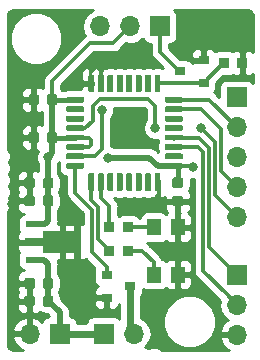
<source format=gbr>
G04 #@! TF.GenerationSoftware,KiCad,Pcbnew,5.0.2-bee76a0~70~ubuntu18.04.1*
G04 #@! TF.CreationDate,2019-07-19T10:46:57+02:00*
G04 #@! TF.ProjectId,AutoGardener_Outdoor,4175746f-4761-4726-9465-6e65725f4f75,rev?*
G04 #@! TF.SameCoordinates,Original*
G04 #@! TF.FileFunction,Copper,L1,Top*
G04 #@! TF.FilePolarity,Positive*
%FSLAX46Y46*%
G04 Gerber Fmt 4.6, Leading zero omitted, Abs format (unit mm)*
G04 Created by KiCad (PCBNEW 5.0.2-bee76a0~70~ubuntu18.04.1) date Fri 19 Jul 2019 10:46:57 CEST*
%MOMM*%
%LPD*%
G01*
G04 APERTURE LIST*
G04 #@! TA.AperFunction,SMDPad,CuDef*
%ADD10R,0.900000X0.800000*%
G04 #@! TD*
G04 #@! TA.AperFunction,ComponentPad*
%ADD11O,1.700000X1.700000*%
G04 #@! TD*
G04 #@! TA.AperFunction,ComponentPad*
%ADD12R,1.700000X1.700000*%
G04 #@! TD*
G04 #@! TA.AperFunction,SMDPad,CuDef*
%ADD13R,1.150000X1.400000*%
G04 #@! TD*
G04 #@! TA.AperFunction,Conductor*
%ADD14C,0.100000*%
G04 #@! TD*
G04 #@! TA.AperFunction,SMDPad,CuDef*
%ADD15C,0.875000*%
G04 #@! TD*
G04 #@! TA.AperFunction,SMDPad,CuDef*
%ADD16R,0.875000X0.950000*%
G04 #@! TD*
G04 #@! TA.AperFunction,SMDPad,CuDef*
%ADD17C,0.500000*%
G04 #@! TD*
G04 #@! TA.AperFunction,SMDPad,CuDef*
%ADD18R,1.300000X0.550000*%
G04 #@! TD*
G04 #@! TA.AperFunction,SMDPad,CuDef*
%ADD19R,1.600000X0.800000*%
G04 #@! TD*
G04 #@! TA.AperFunction,SMDPad,CuDef*
%ADD20R,3.200000X1.850000*%
G04 #@! TD*
G04 #@! TA.AperFunction,ViaPad*
%ADD21C,0.800000*%
G04 #@! TD*
G04 #@! TA.AperFunction,Conductor*
%ADD22C,0.300000*%
G04 #@! TD*
G04 #@! TA.AperFunction,Conductor*
%ADD23C,0.600000*%
G04 #@! TD*
G04 #@! TA.AperFunction,Conductor*
%ADD24C,0.400000*%
G04 #@! TD*
G04 #@! TA.AperFunction,Conductor*
%ADD25C,0.500000*%
G04 #@! TD*
G04 #@! TA.AperFunction,Conductor*
%ADD26C,0.254000*%
G04 #@! TD*
G04 APERTURE END LIST*
D10*
G04 #@! TO.P,Q1,3*
G04 #@! TO.N,Net-(J3-Pad1)*
X195200000Y-125800000D03*
G04 #@! TO.P,Q1,1*
G04 #@! TO.N,/SENS_ENA*
X197200000Y-126750000D03*
G04 #@! TO.P,Q1,2*
G04 #@! TO.N,GND*
X197200000Y-124850000D03*
G04 #@! TD*
D11*
G04 #@! TO.P,BAT1,2*
G04 #@! TO.N,GND*
X182460000Y-148000000D03*
D12*
G04 #@! TO.P,BAT1,1*
G04 #@! TO.N,+5V*
X185000000Y-148000000D03*
G04 #@! TD*
G04 #@! TO.P,J4,1*
G04 #@! TO.N,+5V*
X188750000Y-148000000D03*
D11*
G04 #@! TO.P,J4,2*
G04 #@! TO.N,Net-(J4-Pad2)*
X191290000Y-148000000D03*
G04 #@! TD*
G04 #@! TO.P,J2,3*
G04 #@! TO.N,GND*
X200000000Y-148080000D03*
G04 #@! TO.P,J2,2*
G04 #@! TO.N,/UART_TX*
X200000000Y-145540000D03*
D12*
G04 #@! TO.P,J2,1*
G04 #@! TO.N,/UART_RX*
X200000000Y-143000000D03*
G04 #@! TD*
G04 #@! TO.P,J3,1*
G04 #@! TO.N,Net-(J3-Pad1)*
X193500000Y-122000000D03*
D11*
G04 #@! TO.P,J3,2*
G04 #@! TO.N,VCC*
X190960000Y-122000000D03*
G04 #@! TO.P,J3,3*
G04 #@! TO.N,/ADC_SOIL1*
X188420000Y-122000000D03*
G04 #@! TD*
D12*
G04 #@! TO.P,J1,1*
G04 #@! TO.N,VCC*
X200000000Y-128000000D03*
D11*
G04 #@! TO.P,J1,2*
G04 #@! TO.N,/SWCLK*
X200000000Y-130540000D03*
G04 #@! TO.P,J1,3*
G04 #@! TO.N,GND*
X200000000Y-133080000D03*
G04 #@! TO.P,J1,4*
G04 #@! TO.N,/SWDIO*
X200000000Y-135620000D03*
G04 #@! TO.P,J1,5*
G04 #@! TO.N,/NRST*
X200000000Y-138160000D03*
G04 #@! TD*
D13*
G04 #@! TO.P,LD3,2*
G04 #@! TO.N,Net-(LD3-Pad2)*
X192975000Y-143000000D03*
G04 #@! TO.P,LD3,1*
G04 #@! TO.N,GND*
X195025000Y-143000000D03*
G04 #@! TD*
G04 #@! TO.P,LD13,1*
G04 #@! TO.N,GND*
X195025000Y-139000000D03*
G04 #@! TO.P,LD13,2*
G04 #@! TO.N,Net-(LD13-Pad2)*
X192975000Y-139000000D03*
G04 #@! TD*
D14*
G04 #@! TO.N,VCC*
G04 #@! TO.C,C1*
G36*
X184627691Y-127726053D02*
X184648926Y-127729203D01*
X184669750Y-127734419D01*
X184689962Y-127741651D01*
X184709368Y-127750830D01*
X184727781Y-127761866D01*
X184745024Y-127774654D01*
X184760930Y-127789070D01*
X184775346Y-127804976D01*
X184788134Y-127822219D01*
X184799170Y-127840632D01*
X184808349Y-127860038D01*
X184815581Y-127880250D01*
X184820797Y-127901074D01*
X184823947Y-127922309D01*
X184825000Y-127943750D01*
X184825000Y-128456250D01*
X184823947Y-128477691D01*
X184820797Y-128498926D01*
X184815581Y-128519750D01*
X184808349Y-128539962D01*
X184799170Y-128559368D01*
X184788134Y-128577781D01*
X184775346Y-128595024D01*
X184760930Y-128610930D01*
X184745024Y-128625346D01*
X184727781Y-128638134D01*
X184709368Y-128649170D01*
X184689962Y-128658349D01*
X184669750Y-128665581D01*
X184648926Y-128670797D01*
X184627691Y-128673947D01*
X184606250Y-128675000D01*
X184168750Y-128675000D01*
X184147309Y-128673947D01*
X184126074Y-128670797D01*
X184105250Y-128665581D01*
X184085038Y-128658349D01*
X184065632Y-128649170D01*
X184047219Y-128638134D01*
X184029976Y-128625346D01*
X184014070Y-128610930D01*
X183999654Y-128595024D01*
X183986866Y-128577781D01*
X183975830Y-128559368D01*
X183966651Y-128539962D01*
X183959419Y-128519750D01*
X183954203Y-128498926D01*
X183951053Y-128477691D01*
X183950000Y-128456250D01*
X183950000Y-127943750D01*
X183951053Y-127922309D01*
X183954203Y-127901074D01*
X183959419Y-127880250D01*
X183966651Y-127860038D01*
X183975830Y-127840632D01*
X183986866Y-127822219D01*
X183999654Y-127804976D01*
X184014070Y-127789070D01*
X184029976Y-127774654D01*
X184047219Y-127761866D01*
X184065632Y-127750830D01*
X184085038Y-127741651D01*
X184105250Y-127734419D01*
X184126074Y-127729203D01*
X184147309Y-127726053D01*
X184168750Y-127725000D01*
X184606250Y-127725000D01*
X184627691Y-127726053D01*
X184627691Y-127726053D01*
G37*
D15*
G04 #@! TD*
G04 #@! TO.P,C1,1*
G04 #@! TO.N,VCC*
X184387500Y-128200000D03*
D14*
G04 #@! TO.N,GND*
G04 #@! TO.C,C1*
G36*
X183052691Y-127726053D02*
X183073926Y-127729203D01*
X183094750Y-127734419D01*
X183114962Y-127741651D01*
X183134368Y-127750830D01*
X183152781Y-127761866D01*
X183170024Y-127774654D01*
X183185930Y-127789070D01*
X183200346Y-127804976D01*
X183213134Y-127822219D01*
X183224170Y-127840632D01*
X183233349Y-127860038D01*
X183240581Y-127880250D01*
X183245797Y-127901074D01*
X183248947Y-127922309D01*
X183250000Y-127943750D01*
X183250000Y-128456250D01*
X183248947Y-128477691D01*
X183245797Y-128498926D01*
X183240581Y-128519750D01*
X183233349Y-128539962D01*
X183224170Y-128559368D01*
X183213134Y-128577781D01*
X183200346Y-128595024D01*
X183185930Y-128610930D01*
X183170024Y-128625346D01*
X183152781Y-128638134D01*
X183134368Y-128649170D01*
X183114962Y-128658349D01*
X183094750Y-128665581D01*
X183073926Y-128670797D01*
X183052691Y-128673947D01*
X183031250Y-128675000D01*
X182593750Y-128675000D01*
X182572309Y-128673947D01*
X182551074Y-128670797D01*
X182530250Y-128665581D01*
X182510038Y-128658349D01*
X182490632Y-128649170D01*
X182472219Y-128638134D01*
X182454976Y-128625346D01*
X182439070Y-128610930D01*
X182424654Y-128595024D01*
X182411866Y-128577781D01*
X182400830Y-128559368D01*
X182391651Y-128539962D01*
X182384419Y-128519750D01*
X182379203Y-128498926D01*
X182376053Y-128477691D01*
X182375000Y-128456250D01*
X182375000Y-127943750D01*
X182376053Y-127922309D01*
X182379203Y-127901074D01*
X182384419Y-127880250D01*
X182391651Y-127860038D01*
X182400830Y-127840632D01*
X182411866Y-127822219D01*
X182424654Y-127804976D01*
X182439070Y-127789070D01*
X182454976Y-127774654D01*
X182472219Y-127761866D01*
X182490632Y-127750830D01*
X182510038Y-127741651D01*
X182530250Y-127734419D01*
X182551074Y-127729203D01*
X182572309Y-127726053D01*
X182593750Y-127725000D01*
X183031250Y-127725000D01*
X183052691Y-127726053D01*
X183052691Y-127726053D01*
G37*
D15*
G04 #@! TD*
G04 #@! TO.P,C1,2*
G04 #@! TO.N,GND*
X182812500Y-128200000D03*
D14*
G04 #@! TO.N,GND*
G04 #@! TO.C,C2*
G36*
X183052691Y-130926053D02*
X183073926Y-130929203D01*
X183094750Y-130934419D01*
X183114962Y-130941651D01*
X183134368Y-130950830D01*
X183152781Y-130961866D01*
X183170024Y-130974654D01*
X183185930Y-130989070D01*
X183200346Y-131004976D01*
X183213134Y-131022219D01*
X183224170Y-131040632D01*
X183233349Y-131060038D01*
X183240581Y-131080250D01*
X183245797Y-131101074D01*
X183248947Y-131122309D01*
X183250000Y-131143750D01*
X183250000Y-131656250D01*
X183248947Y-131677691D01*
X183245797Y-131698926D01*
X183240581Y-131719750D01*
X183233349Y-131739962D01*
X183224170Y-131759368D01*
X183213134Y-131777781D01*
X183200346Y-131795024D01*
X183185930Y-131810930D01*
X183170024Y-131825346D01*
X183152781Y-131838134D01*
X183134368Y-131849170D01*
X183114962Y-131858349D01*
X183094750Y-131865581D01*
X183073926Y-131870797D01*
X183052691Y-131873947D01*
X183031250Y-131875000D01*
X182593750Y-131875000D01*
X182572309Y-131873947D01*
X182551074Y-131870797D01*
X182530250Y-131865581D01*
X182510038Y-131858349D01*
X182490632Y-131849170D01*
X182472219Y-131838134D01*
X182454976Y-131825346D01*
X182439070Y-131810930D01*
X182424654Y-131795024D01*
X182411866Y-131777781D01*
X182400830Y-131759368D01*
X182391651Y-131739962D01*
X182384419Y-131719750D01*
X182379203Y-131698926D01*
X182376053Y-131677691D01*
X182375000Y-131656250D01*
X182375000Y-131143750D01*
X182376053Y-131122309D01*
X182379203Y-131101074D01*
X182384419Y-131080250D01*
X182391651Y-131060038D01*
X182400830Y-131040632D01*
X182411866Y-131022219D01*
X182424654Y-131004976D01*
X182439070Y-130989070D01*
X182454976Y-130974654D01*
X182472219Y-130961866D01*
X182490632Y-130950830D01*
X182510038Y-130941651D01*
X182530250Y-130934419D01*
X182551074Y-130929203D01*
X182572309Y-130926053D01*
X182593750Y-130925000D01*
X183031250Y-130925000D01*
X183052691Y-130926053D01*
X183052691Y-130926053D01*
G37*
D15*
G04 #@! TD*
G04 #@! TO.P,C2,2*
G04 #@! TO.N,GND*
X182812500Y-131400000D03*
D14*
G04 #@! TO.N,VCC*
G04 #@! TO.C,C2*
G36*
X184627691Y-130926053D02*
X184648926Y-130929203D01*
X184669750Y-130934419D01*
X184689962Y-130941651D01*
X184709368Y-130950830D01*
X184727781Y-130961866D01*
X184745024Y-130974654D01*
X184760930Y-130989070D01*
X184775346Y-131004976D01*
X184788134Y-131022219D01*
X184799170Y-131040632D01*
X184808349Y-131060038D01*
X184815581Y-131080250D01*
X184820797Y-131101074D01*
X184823947Y-131122309D01*
X184825000Y-131143750D01*
X184825000Y-131656250D01*
X184823947Y-131677691D01*
X184820797Y-131698926D01*
X184815581Y-131719750D01*
X184808349Y-131739962D01*
X184799170Y-131759368D01*
X184788134Y-131777781D01*
X184775346Y-131795024D01*
X184760930Y-131810930D01*
X184745024Y-131825346D01*
X184727781Y-131838134D01*
X184709368Y-131849170D01*
X184689962Y-131858349D01*
X184669750Y-131865581D01*
X184648926Y-131870797D01*
X184627691Y-131873947D01*
X184606250Y-131875000D01*
X184168750Y-131875000D01*
X184147309Y-131873947D01*
X184126074Y-131870797D01*
X184105250Y-131865581D01*
X184085038Y-131858349D01*
X184065632Y-131849170D01*
X184047219Y-131838134D01*
X184029976Y-131825346D01*
X184014070Y-131810930D01*
X183999654Y-131795024D01*
X183986866Y-131777781D01*
X183975830Y-131759368D01*
X183966651Y-131739962D01*
X183959419Y-131719750D01*
X183954203Y-131698926D01*
X183951053Y-131677691D01*
X183950000Y-131656250D01*
X183950000Y-131143750D01*
X183951053Y-131122309D01*
X183954203Y-131101074D01*
X183959419Y-131080250D01*
X183966651Y-131060038D01*
X183975830Y-131040632D01*
X183986866Y-131022219D01*
X183999654Y-131004976D01*
X184014070Y-130989070D01*
X184029976Y-130974654D01*
X184047219Y-130961866D01*
X184065632Y-130950830D01*
X184085038Y-130941651D01*
X184105250Y-130934419D01*
X184126074Y-130929203D01*
X184147309Y-130926053D01*
X184168750Y-130925000D01*
X184606250Y-130925000D01*
X184627691Y-130926053D01*
X184627691Y-130926053D01*
G37*
D15*
G04 #@! TD*
G04 #@! TO.P,C2,1*
G04 #@! TO.N,VCC*
X184387500Y-131400000D03*
D14*
G04 #@! TO.N,VCC*
G04 #@! TO.C,C3*
G36*
X195277691Y-134776053D02*
X195298926Y-134779203D01*
X195319750Y-134784419D01*
X195339962Y-134791651D01*
X195359368Y-134800830D01*
X195377781Y-134811866D01*
X195395024Y-134824654D01*
X195410930Y-134839070D01*
X195425346Y-134854976D01*
X195438134Y-134872219D01*
X195449170Y-134890632D01*
X195458349Y-134910038D01*
X195465581Y-134930250D01*
X195470797Y-134951074D01*
X195473947Y-134972309D01*
X195475000Y-134993750D01*
X195475000Y-135431250D01*
X195473947Y-135452691D01*
X195470797Y-135473926D01*
X195465581Y-135494750D01*
X195458349Y-135514962D01*
X195449170Y-135534368D01*
X195438134Y-135552781D01*
X195425346Y-135570024D01*
X195410930Y-135585930D01*
X195395024Y-135600346D01*
X195377781Y-135613134D01*
X195359368Y-135624170D01*
X195339962Y-135633349D01*
X195319750Y-135640581D01*
X195298926Y-135645797D01*
X195277691Y-135648947D01*
X195256250Y-135650000D01*
X194743750Y-135650000D01*
X194722309Y-135648947D01*
X194701074Y-135645797D01*
X194680250Y-135640581D01*
X194660038Y-135633349D01*
X194640632Y-135624170D01*
X194622219Y-135613134D01*
X194604976Y-135600346D01*
X194589070Y-135585930D01*
X194574654Y-135570024D01*
X194561866Y-135552781D01*
X194550830Y-135534368D01*
X194541651Y-135514962D01*
X194534419Y-135494750D01*
X194529203Y-135473926D01*
X194526053Y-135452691D01*
X194525000Y-135431250D01*
X194525000Y-134993750D01*
X194526053Y-134972309D01*
X194529203Y-134951074D01*
X194534419Y-134930250D01*
X194541651Y-134910038D01*
X194550830Y-134890632D01*
X194561866Y-134872219D01*
X194574654Y-134854976D01*
X194589070Y-134839070D01*
X194604976Y-134824654D01*
X194622219Y-134811866D01*
X194640632Y-134800830D01*
X194660038Y-134791651D01*
X194680250Y-134784419D01*
X194701074Y-134779203D01*
X194722309Y-134776053D01*
X194743750Y-134775000D01*
X195256250Y-134775000D01*
X195277691Y-134776053D01*
X195277691Y-134776053D01*
G37*
D15*
G04 #@! TD*
G04 #@! TO.P,C3,1*
G04 #@! TO.N,VCC*
X195000000Y-135212500D03*
D14*
G04 #@! TO.N,GND*
G04 #@! TO.C,C3*
G36*
X195277691Y-136351053D02*
X195298926Y-136354203D01*
X195319750Y-136359419D01*
X195339962Y-136366651D01*
X195359368Y-136375830D01*
X195377781Y-136386866D01*
X195395024Y-136399654D01*
X195410930Y-136414070D01*
X195425346Y-136429976D01*
X195438134Y-136447219D01*
X195449170Y-136465632D01*
X195458349Y-136485038D01*
X195465581Y-136505250D01*
X195470797Y-136526074D01*
X195473947Y-136547309D01*
X195475000Y-136568750D01*
X195475000Y-137006250D01*
X195473947Y-137027691D01*
X195470797Y-137048926D01*
X195465581Y-137069750D01*
X195458349Y-137089962D01*
X195449170Y-137109368D01*
X195438134Y-137127781D01*
X195425346Y-137145024D01*
X195410930Y-137160930D01*
X195395024Y-137175346D01*
X195377781Y-137188134D01*
X195359368Y-137199170D01*
X195339962Y-137208349D01*
X195319750Y-137215581D01*
X195298926Y-137220797D01*
X195277691Y-137223947D01*
X195256250Y-137225000D01*
X194743750Y-137225000D01*
X194722309Y-137223947D01*
X194701074Y-137220797D01*
X194680250Y-137215581D01*
X194660038Y-137208349D01*
X194640632Y-137199170D01*
X194622219Y-137188134D01*
X194604976Y-137175346D01*
X194589070Y-137160930D01*
X194574654Y-137145024D01*
X194561866Y-137127781D01*
X194550830Y-137109368D01*
X194541651Y-137089962D01*
X194534419Y-137069750D01*
X194529203Y-137048926D01*
X194526053Y-137027691D01*
X194525000Y-137006250D01*
X194525000Y-136568750D01*
X194526053Y-136547309D01*
X194529203Y-136526074D01*
X194534419Y-136505250D01*
X194541651Y-136485038D01*
X194550830Y-136465632D01*
X194561866Y-136447219D01*
X194574654Y-136429976D01*
X194589070Y-136414070D01*
X194604976Y-136399654D01*
X194622219Y-136386866D01*
X194640632Y-136375830D01*
X194660038Y-136366651D01*
X194680250Y-136359419D01*
X194701074Y-136354203D01*
X194722309Y-136351053D01*
X194743750Y-136350000D01*
X195256250Y-136350000D01*
X195277691Y-136351053D01*
X195277691Y-136351053D01*
G37*
D15*
G04 #@! TD*
G04 #@! TO.P,C3,2*
G04 #@! TO.N,GND*
X195000000Y-136787500D03*
D14*
G04 #@! TO.N,GND*
G04 #@! TO.C,C4*
G36*
X182702691Y-144776053D02*
X182723926Y-144779203D01*
X182744750Y-144784419D01*
X182764962Y-144791651D01*
X182784368Y-144800830D01*
X182802781Y-144811866D01*
X182820024Y-144824654D01*
X182835930Y-144839070D01*
X182850346Y-144854976D01*
X182863134Y-144872219D01*
X182874170Y-144890632D01*
X182883349Y-144910038D01*
X182890581Y-144930250D01*
X182895797Y-144951074D01*
X182898947Y-144972309D01*
X182900000Y-144993750D01*
X182900000Y-145506250D01*
X182898947Y-145527691D01*
X182895797Y-145548926D01*
X182890581Y-145569750D01*
X182883349Y-145589962D01*
X182874170Y-145609368D01*
X182863134Y-145627781D01*
X182850346Y-145645024D01*
X182835930Y-145660930D01*
X182820024Y-145675346D01*
X182802781Y-145688134D01*
X182784368Y-145699170D01*
X182764962Y-145708349D01*
X182744750Y-145715581D01*
X182723926Y-145720797D01*
X182702691Y-145723947D01*
X182681250Y-145725000D01*
X182243750Y-145725000D01*
X182222309Y-145723947D01*
X182201074Y-145720797D01*
X182180250Y-145715581D01*
X182160038Y-145708349D01*
X182140632Y-145699170D01*
X182122219Y-145688134D01*
X182104976Y-145675346D01*
X182089070Y-145660930D01*
X182074654Y-145645024D01*
X182061866Y-145627781D01*
X182050830Y-145609368D01*
X182041651Y-145589962D01*
X182034419Y-145569750D01*
X182029203Y-145548926D01*
X182026053Y-145527691D01*
X182025000Y-145506250D01*
X182025000Y-144993750D01*
X182026053Y-144972309D01*
X182029203Y-144951074D01*
X182034419Y-144930250D01*
X182041651Y-144910038D01*
X182050830Y-144890632D01*
X182061866Y-144872219D01*
X182074654Y-144854976D01*
X182089070Y-144839070D01*
X182104976Y-144824654D01*
X182122219Y-144811866D01*
X182140632Y-144800830D01*
X182160038Y-144791651D01*
X182180250Y-144784419D01*
X182201074Y-144779203D01*
X182222309Y-144776053D01*
X182243750Y-144775000D01*
X182681250Y-144775000D01*
X182702691Y-144776053D01*
X182702691Y-144776053D01*
G37*
D15*
G04 #@! TD*
G04 #@! TO.P,C4,2*
G04 #@! TO.N,GND*
X182462500Y-145250000D03*
D14*
G04 #@! TO.N,+5V*
G04 #@! TO.C,C4*
G36*
X184277691Y-144776053D02*
X184298926Y-144779203D01*
X184319750Y-144784419D01*
X184339962Y-144791651D01*
X184359368Y-144800830D01*
X184377781Y-144811866D01*
X184395024Y-144824654D01*
X184410930Y-144839070D01*
X184425346Y-144854976D01*
X184438134Y-144872219D01*
X184449170Y-144890632D01*
X184458349Y-144910038D01*
X184465581Y-144930250D01*
X184470797Y-144951074D01*
X184473947Y-144972309D01*
X184475000Y-144993750D01*
X184475000Y-145506250D01*
X184473947Y-145527691D01*
X184470797Y-145548926D01*
X184465581Y-145569750D01*
X184458349Y-145589962D01*
X184449170Y-145609368D01*
X184438134Y-145627781D01*
X184425346Y-145645024D01*
X184410930Y-145660930D01*
X184395024Y-145675346D01*
X184377781Y-145688134D01*
X184359368Y-145699170D01*
X184339962Y-145708349D01*
X184319750Y-145715581D01*
X184298926Y-145720797D01*
X184277691Y-145723947D01*
X184256250Y-145725000D01*
X183818750Y-145725000D01*
X183797309Y-145723947D01*
X183776074Y-145720797D01*
X183755250Y-145715581D01*
X183735038Y-145708349D01*
X183715632Y-145699170D01*
X183697219Y-145688134D01*
X183679976Y-145675346D01*
X183664070Y-145660930D01*
X183649654Y-145645024D01*
X183636866Y-145627781D01*
X183625830Y-145609368D01*
X183616651Y-145589962D01*
X183609419Y-145569750D01*
X183604203Y-145548926D01*
X183601053Y-145527691D01*
X183600000Y-145506250D01*
X183600000Y-144993750D01*
X183601053Y-144972309D01*
X183604203Y-144951074D01*
X183609419Y-144930250D01*
X183616651Y-144910038D01*
X183625830Y-144890632D01*
X183636866Y-144872219D01*
X183649654Y-144854976D01*
X183664070Y-144839070D01*
X183679976Y-144824654D01*
X183697219Y-144811866D01*
X183715632Y-144800830D01*
X183735038Y-144791651D01*
X183755250Y-144784419D01*
X183776074Y-144779203D01*
X183797309Y-144776053D01*
X183818750Y-144775000D01*
X184256250Y-144775000D01*
X184277691Y-144776053D01*
X184277691Y-144776053D01*
G37*
D15*
G04 #@! TD*
G04 #@! TO.P,C4,1*
G04 #@! TO.N,+5V*
X184037500Y-145250000D03*
D14*
G04 #@! TO.N,+5V*
G04 #@! TO.C,C5*
G36*
X184277691Y-143276053D02*
X184298926Y-143279203D01*
X184319750Y-143284419D01*
X184339962Y-143291651D01*
X184359368Y-143300830D01*
X184377781Y-143311866D01*
X184395024Y-143324654D01*
X184410930Y-143339070D01*
X184425346Y-143354976D01*
X184438134Y-143372219D01*
X184449170Y-143390632D01*
X184458349Y-143410038D01*
X184465581Y-143430250D01*
X184470797Y-143451074D01*
X184473947Y-143472309D01*
X184475000Y-143493750D01*
X184475000Y-144006250D01*
X184473947Y-144027691D01*
X184470797Y-144048926D01*
X184465581Y-144069750D01*
X184458349Y-144089962D01*
X184449170Y-144109368D01*
X184438134Y-144127781D01*
X184425346Y-144145024D01*
X184410930Y-144160930D01*
X184395024Y-144175346D01*
X184377781Y-144188134D01*
X184359368Y-144199170D01*
X184339962Y-144208349D01*
X184319750Y-144215581D01*
X184298926Y-144220797D01*
X184277691Y-144223947D01*
X184256250Y-144225000D01*
X183818750Y-144225000D01*
X183797309Y-144223947D01*
X183776074Y-144220797D01*
X183755250Y-144215581D01*
X183735038Y-144208349D01*
X183715632Y-144199170D01*
X183697219Y-144188134D01*
X183679976Y-144175346D01*
X183664070Y-144160930D01*
X183649654Y-144145024D01*
X183636866Y-144127781D01*
X183625830Y-144109368D01*
X183616651Y-144089962D01*
X183609419Y-144069750D01*
X183604203Y-144048926D01*
X183601053Y-144027691D01*
X183600000Y-144006250D01*
X183600000Y-143493750D01*
X183601053Y-143472309D01*
X183604203Y-143451074D01*
X183609419Y-143430250D01*
X183616651Y-143410038D01*
X183625830Y-143390632D01*
X183636866Y-143372219D01*
X183649654Y-143354976D01*
X183664070Y-143339070D01*
X183679976Y-143324654D01*
X183697219Y-143311866D01*
X183715632Y-143300830D01*
X183735038Y-143291651D01*
X183755250Y-143284419D01*
X183776074Y-143279203D01*
X183797309Y-143276053D01*
X183818750Y-143275000D01*
X184256250Y-143275000D01*
X184277691Y-143276053D01*
X184277691Y-143276053D01*
G37*
D15*
G04 #@! TD*
G04 #@! TO.P,C5,1*
G04 #@! TO.N,+5V*
X184037500Y-143750000D03*
D14*
G04 #@! TO.N,GND*
G04 #@! TO.C,C5*
G36*
X182702691Y-143276053D02*
X182723926Y-143279203D01*
X182744750Y-143284419D01*
X182764962Y-143291651D01*
X182784368Y-143300830D01*
X182802781Y-143311866D01*
X182820024Y-143324654D01*
X182835930Y-143339070D01*
X182850346Y-143354976D01*
X182863134Y-143372219D01*
X182874170Y-143390632D01*
X182883349Y-143410038D01*
X182890581Y-143430250D01*
X182895797Y-143451074D01*
X182898947Y-143472309D01*
X182900000Y-143493750D01*
X182900000Y-144006250D01*
X182898947Y-144027691D01*
X182895797Y-144048926D01*
X182890581Y-144069750D01*
X182883349Y-144089962D01*
X182874170Y-144109368D01*
X182863134Y-144127781D01*
X182850346Y-144145024D01*
X182835930Y-144160930D01*
X182820024Y-144175346D01*
X182802781Y-144188134D01*
X182784368Y-144199170D01*
X182764962Y-144208349D01*
X182744750Y-144215581D01*
X182723926Y-144220797D01*
X182702691Y-144223947D01*
X182681250Y-144225000D01*
X182243750Y-144225000D01*
X182222309Y-144223947D01*
X182201074Y-144220797D01*
X182180250Y-144215581D01*
X182160038Y-144208349D01*
X182140632Y-144199170D01*
X182122219Y-144188134D01*
X182104976Y-144175346D01*
X182089070Y-144160930D01*
X182074654Y-144145024D01*
X182061866Y-144127781D01*
X182050830Y-144109368D01*
X182041651Y-144089962D01*
X182034419Y-144069750D01*
X182029203Y-144048926D01*
X182026053Y-144027691D01*
X182025000Y-144006250D01*
X182025000Y-143493750D01*
X182026053Y-143472309D01*
X182029203Y-143451074D01*
X182034419Y-143430250D01*
X182041651Y-143410038D01*
X182050830Y-143390632D01*
X182061866Y-143372219D01*
X182074654Y-143354976D01*
X182089070Y-143339070D01*
X182104976Y-143324654D01*
X182122219Y-143311866D01*
X182140632Y-143300830D01*
X182160038Y-143291651D01*
X182180250Y-143284419D01*
X182201074Y-143279203D01*
X182222309Y-143276053D01*
X182243750Y-143275000D01*
X182681250Y-143275000D01*
X182702691Y-143276053D01*
X182702691Y-143276053D01*
G37*
D15*
G04 #@! TD*
G04 #@! TO.P,C5,2*
G04 #@! TO.N,GND*
X182462500Y-143750000D03*
D14*
G04 #@! TO.N,GND*
G04 #@! TO.C,C7*
G36*
X182702691Y-136276053D02*
X182723926Y-136279203D01*
X182744750Y-136284419D01*
X182764962Y-136291651D01*
X182784368Y-136300830D01*
X182802781Y-136311866D01*
X182820024Y-136324654D01*
X182835930Y-136339070D01*
X182850346Y-136354976D01*
X182863134Y-136372219D01*
X182874170Y-136390632D01*
X182883349Y-136410038D01*
X182890581Y-136430250D01*
X182895797Y-136451074D01*
X182898947Y-136472309D01*
X182900000Y-136493750D01*
X182900000Y-137006250D01*
X182898947Y-137027691D01*
X182895797Y-137048926D01*
X182890581Y-137069750D01*
X182883349Y-137089962D01*
X182874170Y-137109368D01*
X182863134Y-137127781D01*
X182850346Y-137145024D01*
X182835930Y-137160930D01*
X182820024Y-137175346D01*
X182802781Y-137188134D01*
X182784368Y-137199170D01*
X182764962Y-137208349D01*
X182744750Y-137215581D01*
X182723926Y-137220797D01*
X182702691Y-137223947D01*
X182681250Y-137225000D01*
X182243750Y-137225000D01*
X182222309Y-137223947D01*
X182201074Y-137220797D01*
X182180250Y-137215581D01*
X182160038Y-137208349D01*
X182140632Y-137199170D01*
X182122219Y-137188134D01*
X182104976Y-137175346D01*
X182089070Y-137160930D01*
X182074654Y-137145024D01*
X182061866Y-137127781D01*
X182050830Y-137109368D01*
X182041651Y-137089962D01*
X182034419Y-137069750D01*
X182029203Y-137048926D01*
X182026053Y-137027691D01*
X182025000Y-137006250D01*
X182025000Y-136493750D01*
X182026053Y-136472309D01*
X182029203Y-136451074D01*
X182034419Y-136430250D01*
X182041651Y-136410038D01*
X182050830Y-136390632D01*
X182061866Y-136372219D01*
X182074654Y-136354976D01*
X182089070Y-136339070D01*
X182104976Y-136324654D01*
X182122219Y-136311866D01*
X182140632Y-136300830D01*
X182160038Y-136291651D01*
X182180250Y-136284419D01*
X182201074Y-136279203D01*
X182222309Y-136276053D01*
X182243750Y-136275000D01*
X182681250Y-136275000D01*
X182702691Y-136276053D01*
X182702691Y-136276053D01*
G37*
D15*
G04 #@! TD*
G04 #@! TO.P,C7,2*
G04 #@! TO.N,GND*
X182462500Y-136750000D03*
D14*
G04 #@! TO.N,VCC*
G04 #@! TO.C,C7*
G36*
X184277691Y-136276053D02*
X184298926Y-136279203D01*
X184319750Y-136284419D01*
X184339962Y-136291651D01*
X184359368Y-136300830D01*
X184377781Y-136311866D01*
X184395024Y-136324654D01*
X184410930Y-136339070D01*
X184425346Y-136354976D01*
X184438134Y-136372219D01*
X184449170Y-136390632D01*
X184458349Y-136410038D01*
X184465581Y-136430250D01*
X184470797Y-136451074D01*
X184473947Y-136472309D01*
X184475000Y-136493750D01*
X184475000Y-137006250D01*
X184473947Y-137027691D01*
X184470797Y-137048926D01*
X184465581Y-137069750D01*
X184458349Y-137089962D01*
X184449170Y-137109368D01*
X184438134Y-137127781D01*
X184425346Y-137145024D01*
X184410930Y-137160930D01*
X184395024Y-137175346D01*
X184377781Y-137188134D01*
X184359368Y-137199170D01*
X184339962Y-137208349D01*
X184319750Y-137215581D01*
X184298926Y-137220797D01*
X184277691Y-137223947D01*
X184256250Y-137225000D01*
X183818750Y-137225000D01*
X183797309Y-137223947D01*
X183776074Y-137220797D01*
X183755250Y-137215581D01*
X183735038Y-137208349D01*
X183715632Y-137199170D01*
X183697219Y-137188134D01*
X183679976Y-137175346D01*
X183664070Y-137160930D01*
X183649654Y-137145024D01*
X183636866Y-137127781D01*
X183625830Y-137109368D01*
X183616651Y-137089962D01*
X183609419Y-137069750D01*
X183604203Y-137048926D01*
X183601053Y-137027691D01*
X183600000Y-137006250D01*
X183600000Y-136493750D01*
X183601053Y-136472309D01*
X183604203Y-136451074D01*
X183609419Y-136430250D01*
X183616651Y-136410038D01*
X183625830Y-136390632D01*
X183636866Y-136372219D01*
X183649654Y-136354976D01*
X183664070Y-136339070D01*
X183679976Y-136324654D01*
X183697219Y-136311866D01*
X183715632Y-136300830D01*
X183735038Y-136291651D01*
X183755250Y-136284419D01*
X183776074Y-136279203D01*
X183797309Y-136276053D01*
X183818750Y-136275000D01*
X184256250Y-136275000D01*
X184277691Y-136276053D01*
X184277691Y-136276053D01*
G37*
D15*
G04 #@! TD*
G04 #@! TO.P,C7,1*
G04 #@! TO.N,VCC*
X184037500Y-136750000D03*
D14*
G04 #@! TO.N,VCC*
G04 #@! TO.C,C6*
G36*
X184277691Y-134776053D02*
X184298926Y-134779203D01*
X184319750Y-134784419D01*
X184339962Y-134791651D01*
X184359368Y-134800830D01*
X184377781Y-134811866D01*
X184395024Y-134824654D01*
X184410930Y-134839070D01*
X184425346Y-134854976D01*
X184438134Y-134872219D01*
X184449170Y-134890632D01*
X184458349Y-134910038D01*
X184465581Y-134930250D01*
X184470797Y-134951074D01*
X184473947Y-134972309D01*
X184475000Y-134993750D01*
X184475000Y-135506250D01*
X184473947Y-135527691D01*
X184470797Y-135548926D01*
X184465581Y-135569750D01*
X184458349Y-135589962D01*
X184449170Y-135609368D01*
X184438134Y-135627781D01*
X184425346Y-135645024D01*
X184410930Y-135660930D01*
X184395024Y-135675346D01*
X184377781Y-135688134D01*
X184359368Y-135699170D01*
X184339962Y-135708349D01*
X184319750Y-135715581D01*
X184298926Y-135720797D01*
X184277691Y-135723947D01*
X184256250Y-135725000D01*
X183818750Y-135725000D01*
X183797309Y-135723947D01*
X183776074Y-135720797D01*
X183755250Y-135715581D01*
X183735038Y-135708349D01*
X183715632Y-135699170D01*
X183697219Y-135688134D01*
X183679976Y-135675346D01*
X183664070Y-135660930D01*
X183649654Y-135645024D01*
X183636866Y-135627781D01*
X183625830Y-135609368D01*
X183616651Y-135589962D01*
X183609419Y-135569750D01*
X183604203Y-135548926D01*
X183601053Y-135527691D01*
X183600000Y-135506250D01*
X183600000Y-134993750D01*
X183601053Y-134972309D01*
X183604203Y-134951074D01*
X183609419Y-134930250D01*
X183616651Y-134910038D01*
X183625830Y-134890632D01*
X183636866Y-134872219D01*
X183649654Y-134854976D01*
X183664070Y-134839070D01*
X183679976Y-134824654D01*
X183697219Y-134811866D01*
X183715632Y-134800830D01*
X183735038Y-134791651D01*
X183755250Y-134784419D01*
X183776074Y-134779203D01*
X183797309Y-134776053D01*
X183818750Y-134775000D01*
X184256250Y-134775000D01*
X184277691Y-134776053D01*
X184277691Y-134776053D01*
G37*
D15*
G04 #@! TD*
G04 #@! TO.P,C6,1*
G04 #@! TO.N,VCC*
X184037500Y-135250000D03*
D14*
G04 #@! TO.N,GND*
G04 #@! TO.C,C6*
G36*
X182702691Y-134776053D02*
X182723926Y-134779203D01*
X182744750Y-134784419D01*
X182764962Y-134791651D01*
X182784368Y-134800830D01*
X182802781Y-134811866D01*
X182820024Y-134824654D01*
X182835930Y-134839070D01*
X182850346Y-134854976D01*
X182863134Y-134872219D01*
X182874170Y-134890632D01*
X182883349Y-134910038D01*
X182890581Y-134930250D01*
X182895797Y-134951074D01*
X182898947Y-134972309D01*
X182900000Y-134993750D01*
X182900000Y-135506250D01*
X182898947Y-135527691D01*
X182895797Y-135548926D01*
X182890581Y-135569750D01*
X182883349Y-135589962D01*
X182874170Y-135609368D01*
X182863134Y-135627781D01*
X182850346Y-135645024D01*
X182835930Y-135660930D01*
X182820024Y-135675346D01*
X182802781Y-135688134D01*
X182784368Y-135699170D01*
X182764962Y-135708349D01*
X182744750Y-135715581D01*
X182723926Y-135720797D01*
X182702691Y-135723947D01*
X182681250Y-135725000D01*
X182243750Y-135725000D01*
X182222309Y-135723947D01*
X182201074Y-135720797D01*
X182180250Y-135715581D01*
X182160038Y-135708349D01*
X182140632Y-135699170D01*
X182122219Y-135688134D01*
X182104976Y-135675346D01*
X182089070Y-135660930D01*
X182074654Y-135645024D01*
X182061866Y-135627781D01*
X182050830Y-135609368D01*
X182041651Y-135589962D01*
X182034419Y-135569750D01*
X182029203Y-135548926D01*
X182026053Y-135527691D01*
X182025000Y-135506250D01*
X182025000Y-134993750D01*
X182026053Y-134972309D01*
X182029203Y-134951074D01*
X182034419Y-134930250D01*
X182041651Y-134910038D01*
X182050830Y-134890632D01*
X182061866Y-134872219D01*
X182074654Y-134854976D01*
X182089070Y-134839070D01*
X182104976Y-134824654D01*
X182122219Y-134811866D01*
X182140632Y-134800830D01*
X182160038Y-134791651D01*
X182180250Y-134784419D01*
X182201074Y-134779203D01*
X182222309Y-134776053D01*
X182243750Y-134775000D01*
X182681250Y-134775000D01*
X182702691Y-134776053D01*
X182702691Y-134776053D01*
G37*
D15*
G04 #@! TD*
G04 #@! TO.P,C6,2*
G04 #@! TO.N,GND*
X182462500Y-135250000D03*
D16*
G04 #@! TO.P,R1,2*
G04 #@! TO.N,GND*
X200487500Y-125100000D03*
G04 #@! TO.P,R1,1*
G04 #@! TO.N,/SENS_ENA*
X198912500Y-125100000D03*
G04 #@! TD*
G04 #@! TO.P,R2,1*
G04 #@! TO.N,/BAT_LO*
X189212500Y-139000000D03*
G04 #@! TO.P,R2,2*
G04 #@! TO.N,Net-(LD13-Pad2)*
X190787500Y-139000000D03*
G04 #@! TD*
G04 #@! TO.P,R3,2*
G04 #@! TO.N,Net-(LD3-Pad2)*
X190787500Y-141000000D03*
G04 #@! TO.P,R3,1*
G04 #@! TO.N,/LED1*
X189212500Y-141000000D03*
G04 #@! TD*
D14*
G04 #@! TO.N,VCC*
G04 #@! TO.C,U1*
G36*
X186962252Y-127950602D02*
X186974386Y-127952402D01*
X186986286Y-127955382D01*
X186997835Y-127959515D01*
X187008925Y-127964760D01*
X187019446Y-127971066D01*
X187029299Y-127978374D01*
X187038388Y-127986612D01*
X187046626Y-127995701D01*
X187053934Y-128005554D01*
X187060240Y-128016075D01*
X187065485Y-128027165D01*
X187069618Y-128038714D01*
X187072598Y-128050614D01*
X187074398Y-128062748D01*
X187075000Y-128075000D01*
X187075000Y-128325000D01*
X187074398Y-128337252D01*
X187072598Y-128349386D01*
X187069618Y-128361286D01*
X187065485Y-128372835D01*
X187060240Y-128383925D01*
X187053934Y-128394446D01*
X187046626Y-128404299D01*
X187038388Y-128413388D01*
X187029299Y-128421626D01*
X187019446Y-128428934D01*
X187008925Y-128435240D01*
X186997835Y-128440485D01*
X186986286Y-128444618D01*
X186974386Y-128447598D01*
X186962252Y-128449398D01*
X186950000Y-128450000D01*
X185700000Y-128450000D01*
X185687748Y-128449398D01*
X185675614Y-128447598D01*
X185663714Y-128444618D01*
X185652165Y-128440485D01*
X185641075Y-128435240D01*
X185630554Y-128428934D01*
X185620701Y-128421626D01*
X185611612Y-128413388D01*
X185603374Y-128404299D01*
X185596066Y-128394446D01*
X185589760Y-128383925D01*
X185584515Y-128372835D01*
X185580382Y-128361286D01*
X185577402Y-128349386D01*
X185575602Y-128337252D01*
X185575000Y-128325000D01*
X185575000Y-128075000D01*
X185575602Y-128062748D01*
X185577402Y-128050614D01*
X185580382Y-128038714D01*
X185584515Y-128027165D01*
X185589760Y-128016075D01*
X185596066Y-128005554D01*
X185603374Y-127995701D01*
X185611612Y-127986612D01*
X185620701Y-127978374D01*
X185630554Y-127971066D01*
X185641075Y-127964760D01*
X185652165Y-127959515D01*
X185663714Y-127955382D01*
X185675614Y-127952402D01*
X185687748Y-127950602D01*
X185700000Y-127950000D01*
X186950000Y-127950000D01*
X186962252Y-127950602D01*
X186962252Y-127950602D01*
G37*
D17*
G04 #@! TD*
G04 #@! TO.P,U1,1*
G04 #@! TO.N,VCC*
X186325000Y-128200000D03*
D14*
G04 #@! TO.N,/PF0*
G04 #@! TO.C,U1*
G36*
X186962252Y-128750602D02*
X186974386Y-128752402D01*
X186986286Y-128755382D01*
X186997835Y-128759515D01*
X187008925Y-128764760D01*
X187019446Y-128771066D01*
X187029299Y-128778374D01*
X187038388Y-128786612D01*
X187046626Y-128795701D01*
X187053934Y-128805554D01*
X187060240Y-128816075D01*
X187065485Y-128827165D01*
X187069618Y-128838714D01*
X187072598Y-128850614D01*
X187074398Y-128862748D01*
X187075000Y-128875000D01*
X187075000Y-129125000D01*
X187074398Y-129137252D01*
X187072598Y-129149386D01*
X187069618Y-129161286D01*
X187065485Y-129172835D01*
X187060240Y-129183925D01*
X187053934Y-129194446D01*
X187046626Y-129204299D01*
X187038388Y-129213388D01*
X187029299Y-129221626D01*
X187019446Y-129228934D01*
X187008925Y-129235240D01*
X186997835Y-129240485D01*
X186986286Y-129244618D01*
X186974386Y-129247598D01*
X186962252Y-129249398D01*
X186950000Y-129250000D01*
X185700000Y-129250000D01*
X185687748Y-129249398D01*
X185675614Y-129247598D01*
X185663714Y-129244618D01*
X185652165Y-129240485D01*
X185641075Y-129235240D01*
X185630554Y-129228934D01*
X185620701Y-129221626D01*
X185611612Y-129213388D01*
X185603374Y-129204299D01*
X185596066Y-129194446D01*
X185589760Y-129183925D01*
X185584515Y-129172835D01*
X185580382Y-129161286D01*
X185577402Y-129149386D01*
X185575602Y-129137252D01*
X185575000Y-129125000D01*
X185575000Y-128875000D01*
X185575602Y-128862748D01*
X185577402Y-128850614D01*
X185580382Y-128838714D01*
X185584515Y-128827165D01*
X185589760Y-128816075D01*
X185596066Y-128805554D01*
X185603374Y-128795701D01*
X185611612Y-128786612D01*
X185620701Y-128778374D01*
X185630554Y-128771066D01*
X185641075Y-128764760D01*
X185652165Y-128759515D01*
X185663714Y-128755382D01*
X185675614Y-128752402D01*
X185687748Y-128750602D01*
X185700000Y-128750000D01*
X186950000Y-128750000D01*
X186962252Y-128750602D01*
X186962252Y-128750602D01*
G37*
D17*
G04 #@! TD*
G04 #@! TO.P,U1,2*
G04 #@! TO.N,/PF0*
X186325000Y-129000000D03*
D14*
G04 #@! TO.N,/PF1*
G04 #@! TO.C,U1*
G36*
X186962252Y-129550602D02*
X186974386Y-129552402D01*
X186986286Y-129555382D01*
X186997835Y-129559515D01*
X187008925Y-129564760D01*
X187019446Y-129571066D01*
X187029299Y-129578374D01*
X187038388Y-129586612D01*
X187046626Y-129595701D01*
X187053934Y-129605554D01*
X187060240Y-129616075D01*
X187065485Y-129627165D01*
X187069618Y-129638714D01*
X187072598Y-129650614D01*
X187074398Y-129662748D01*
X187075000Y-129675000D01*
X187075000Y-129925000D01*
X187074398Y-129937252D01*
X187072598Y-129949386D01*
X187069618Y-129961286D01*
X187065485Y-129972835D01*
X187060240Y-129983925D01*
X187053934Y-129994446D01*
X187046626Y-130004299D01*
X187038388Y-130013388D01*
X187029299Y-130021626D01*
X187019446Y-130028934D01*
X187008925Y-130035240D01*
X186997835Y-130040485D01*
X186986286Y-130044618D01*
X186974386Y-130047598D01*
X186962252Y-130049398D01*
X186950000Y-130050000D01*
X185700000Y-130050000D01*
X185687748Y-130049398D01*
X185675614Y-130047598D01*
X185663714Y-130044618D01*
X185652165Y-130040485D01*
X185641075Y-130035240D01*
X185630554Y-130028934D01*
X185620701Y-130021626D01*
X185611612Y-130013388D01*
X185603374Y-130004299D01*
X185596066Y-129994446D01*
X185589760Y-129983925D01*
X185584515Y-129972835D01*
X185580382Y-129961286D01*
X185577402Y-129949386D01*
X185575602Y-129937252D01*
X185575000Y-129925000D01*
X185575000Y-129675000D01*
X185575602Y-129662748D01*
X185577402Y-129650614D01*
X185580382Y-129638714D01*
X185584515Y-129627165D01*
X185589760Y-129616075D01*
X185596066Y-129605554D01*
X185603374Y-129595701D01*
X185611612Y-129586612D01*
X185620701Y-129578374D01*
X185630554Y-129571066D01*
X185641075Y-129564760D01*
X185652165Y-129559515D01*
X185663714Y-129555382D01*
X185675614Y-129552402D01*
X185687748Y-129550602D01*
X185700000Y-129550000D01*
X186950000Y-129550000D01*
X186962252Y-129550602D01*
X186962252Y-129550602D01*
G37*
D17*
G04 #@! TD*
G04 #@! TO.P,U1,3*
G04 #@! TO.N,/PF1*
X186325000Y-129800000D03*
D14*
G04 #@! TO.N,/NRST*
G04 #@! TO.C,U1*
G36*
X186962252Y-130350602D02*
X186974386Y-130352402D01*
X186986286Y-130355382D01*
X186997835Y-130359515D01*
X187008925Y-130364760D01*
X187019446Y-130371066D01*
X187029299Y-130378374D01*
X187038388Y-130386612D01*
X187046626Y-130395701D01*
X187053934Y-130405554D01*
X187060240Y-130416075D01*
X187065485Y-130427165D01*
X187069618Y-130438714D01*
X187072598Y-130450614D01*
X187074398Y-130462748D01*
X187075000Y-130475000D01*
X187075000Y-130725000D01*
X187074398Y-130737252D01*
X187072598Y-130749386D01*
X187069618Y-130761286D01*
X187065485Y-130772835D01*
X187060240Y-130783925D01*
X187053934Y-130794446D01*
X187046626Y-130804299D01*
X187038388Y-130813388D01*
X187029299Y-130821626D01*
X187019446Y-130828934D01*
X187008925Y-130835240D01*
X186997835Y-130840485D01*
X186986286Y-130844618D01*
X186974386Y-130847598D01*
X186962252Y-130849398D01*
X186950000Y-130850000D01*
X185700000Y-130850000D01*
X185687748Y-130849398D01*
X185675614Y-130847598D01*
X185663714Y-130844618D01*
X185652165Y-130840485D01*
X185641075Y-130835240D01*
X185630554Y-130828934D01*
X185620701Y-130821626D01*
X185611612Y-130813388D01*
X185603374Y-130804299D01*
X185596066Y-130794446D01*
X185589760Y-130783925D01*
X185584515Y-130772835D01*
X185580382Y-130761286D01*
X185577402Y-130749386D01*
X185575602Y-130737252D01*
X185575000Y-130725000D01*
X185575000Y-130475000D01*
X185575602Y-130462748D01*
X185577402Y-130450614D01*
X185580382Y-130438714D01*
X185584515Y-130427165D01*
X185589760Y-130416075D01*
X185596066Y-130405554D01*
X185603374Y-130395701D01*
X185611612Y-130386612D01*
X185620701Y-130378374D01*
X185630554Y-130371066D01*
X185641075Y-130364760D01*
X185652165Y-130359515D01*
X185663714Y-130355382D01*
X185675614Y-130352402D01*
X185687748Y-130350602D01*
X185700000Y-130350000D01*
X186950000Y-130350000D01*
X186962252Y-130350602D01*
X186962252Y-130350602D01*
G37*
D17*
G04 #@! TD*
G04 #@! TO.P,U1,4*
G04 #@! TO.N,/NRST*
X186325000Y-130600000D03*
D14*
G04 #@! TO.N,VCC*
G04 #@! TO.C,U1*
G36*
X186962252Y-131150602D02*
X186974386Y-131152402D01*
X186986286Y-131155382D01*
X186997835Y-131159515D01*
X187008925Y-131164760D01*
X187019446Y-131171066D01*
X187029299Y-131178374D01*
X187038388Y-131186612D01*
X187046626Y-131195701D01*
X187053934Y-131205554D01*
X187060240Y-131216075D01*
X187065485Y-131227165D01*
X187069618Y-131238714D01*
X187072598Y-131250614D01*
X187074398Y-131262748D01*
X187075000Y-131275000D01*
X187075000Y-131525000D01*
X187074398Y-131537252D01*
X187072598Y-131549386D01*
X187069618Y-131561286D01*
X187065485Y-131572835D01*
X187060240Y-131583925D01*
X187053934Y-131594446D01*
X187046626Y-131604299D01*
X187038388Y-131613388D01*
X187029299Y-131621626D01*
X187019446Y-131628934D01*
X187008925Y-131635240D01*
X186997835Y-131640485D01*
X186986286Y-131644618D01*
X186974386Y-131647598D01*
X186962252Y-131649398D01*
X186950000Y-131650000D01*
X185700000Y-131650000D01*
X185687748Y-131649398D01*
X185675614Y-131647598D01*
X185663714Y-131644618D01*
X185652165Y-131640485D01*
X185641075Y-131635240D01*
X185630554Y-131628934D01*
X185620701Y-131621626D01*
X185611612Y-131613388D01*
X185603374Y-131604299D01*
X185596066Y-131594446D01*
X185589760Y-131583925D01*
X185584515Y-131572835D01*
X185580382Y-131561286D01*
X185577402Y-131549386D01*
X185575602Y-131537252D01*
X185575000Y-131525000D01*
X185575000Y-131275000D01*
X185575602Y-131262748D01*
X185577402Y-131250614D01*
X185580382Y-131238714D01*
X185584515Y-131227165D01*
X185589760Y-131216075D01*
X185596066Y-131205554D01*
X185603374Y-131195701D01*
X185611612Y-131186612D01*
X185620701Y-131178374D01*
X185630554Y-131171066D01*
X185641075Y-131164760D01*
X185652165Y-131159515D01*
X185663714Y-131155382D01*
X185675614Y-131152402D01*
X185687748Y-131150602D01*
X185700000Y-131150000D01*
X186950000Y-131150000D01*
X186962252Y-131150602D01*
X186962252Y-131150602D01*
G37*
D17*
G04 #@! TD*
G04 #@! TO.P,U1,5*
G04 #@! TO.N,VCC*
X186325000Y-131400000D03*
D14*
G04 #@! TO.N,VCC*
G04 #@! TO.C,U1*
G36*
X186962252Y-131950602D02*
X186974386Y-131952402D01*
X186986286Y-131955382D01*
X186997835Y-131959515D01*
X187008925Y-131964760D01*
X187019446Y-131971066D01*
X187029299Y-131978374D01*
X187038388Y-131986612D01*
X187046626Y-131995701D01*
X187053934Y-132005554D01*
X187060240Y-132016075D01*
X187065485Y-132027165D01*
X187069618Y-132038714D01*
X187072598Y-132050614D01*
X187074398Y-132062748D01*
X187075000Y-132075000D01*
X187075000Y-132325000D01*
X187074398Y-132337252D01*
X187072598Y-132349386D01*
X187069618Y-132361286D01*
X187065485Y-132372835D01*
X187060240Y-132383925D01*
X187053934Y-132394446D01*
X187046626Y-132404299D01*
X187038388Y-132413388D01*
X187029299Y-132421626D01*
X187019446Y-132428934D01*
X187008925Y-132435240D01*
X186997835Y-132440485D01*
X186986286Y-132444618D01*
X186974386Y-132447598D01*
X186962252Y-132449398D01*
X186950000Y-132450000D01*
X185700000Y-132450000D01*
X185687748Y-132449398D01*
X185675614Y-132447598D01*
X185663714Y-132444618D01*
X185652165Y-132440485D01*
X185641075Y-132435240D01*
X185630554Y-132428934D01*
X185620701Y-132421626D01*
X185611612Y-132413388D01*
X185603374Y-132404299D01*
X185596066Y-132394446D01*
X185589760Y-132383925D01*
X185584515Y-132372835D01*
X185580382Y-132361286D01*
X185577402Y-132349386D01*
X185575602Y-132337252D01*
X185575000Y-132325000D01*
X185575000Y-132075000D01*
X185575602Y-132062748D01*
X185577402Y-132050614D01*
X185580382Y-132038714D01*
X185584515Y-132027165D01*
X185589760Y-132016075D01*
X185596066Y-132005554D01*
X185603374Y-131995701D01*
X185611612Y-131986612D01*
X185620701Y-131978374D01*
X185630554Y-131971066D01*
X185641075Y-131964760D01*
X185652165Y-131959515D01*
X185663714Y-131955382D01*
X185675614Y-131952402D01*
X185687748Y-131950602D01*
X185700000Y-131950000D01*
X186950000Y-131950000D01*
X186962252Y-131950602D01*
X186962252Y-131950602D01*
G37*
D17*
G04 #@! TD*
G04 #@! TO.P,U1,6*
G04 #@! TO.N,VCC*
X186325000Y-132200000D03*
D14*
G04 #@! TO.N,/ADC_SOIL1*
G04 #@! TO.C,U1*
G36*
X186962252Y-132750602D02*
X186974386Y-132752402D01*
X186986286Y-132755382D01*
X186997835Y-132759515D01*
X187008925Y-132764760D01*
X187019446Y-132771066D01*
X187029299Y-132778374D01*
X187038388Y-132786612D01*
X187046626Y-132795701D01*
X187053934Y-132805554D01*
X187060240Y-132816075D01*
X187065485Y-132827165D01*
X187069618Y-132838714D01*
X187072598Y-132850614D01*
X187074398Y-132862748D01*
X187075000Y-132875000D01*
X187075000Y-133125000D01*
X187074398Y-133137252D01*
X187072598Y-133149386D01*
X187069618Y-133161286D01*
X187065485Y-133172835D01*
X187060240Y-133183925D01*
X187053934Y-133194446D01*
X187046626Y-133204299D01*
X187038388Y-133213388D01*
X187029299Y-133221626D01*
X187019446Y-133228934D01*
X187008925Y-133235240D01*
X186997835Y-133240485D01*
X186986286Y-133244618D01*
X186974386Y-133247598D01*
X186962252Y-133249398D01*
X186950000Y-133250000D01*
X185700000Y-133250000D01*
X185687748Y-133249398D01*
X185675614Y-133247598D01*
X185663714Y-133244618D01*
X185652165Y-133240485D01*
X185641075Y-133235240D01*
X185630554Y-133228934D01*
X185620701Y-133221626D01*
X185611612Y-133213388D01*
X185603374Y-133204299D01*
X185596066Y-133194446D01*
X185589760Y-133183925D01*
X185584515Y-133172835D01*
X185580382Y-133161286D01*
X185577402Y-133149386D01*
X185575602Y-133137252D01*
X185575000Y-133125000D01*
X185575000Y-132875000D01*
X185575602Y-132862748D01*
X185577402Y-132850614D01*
X185580382Y-132838714D01*
X185584515Y-132827165D01*
X185589760Y-132816075D01*
X185596066Y-132805554D01*
X185603374Y-132795701D01*
X185611612Y-132786612D01*
X185620701Y-132778374D01*
X185630554Y-132771066D01*
X185641075Y-132764760D01*
X185652165Y-132759515D01*
X185663714Y-132755382D01*
X185675614Y-132752402D01*
X185687748Y-132750602D01*
X185700000Y-132750000D01*
X186950000Y-132750000D01*
X186962252Y-132750602D01*
X186962252Y-132750602D01*
G37*
D17*
G04 #@! TD*
G04 #@! TO.P,U1,7*
G04 #@! TO.N,/ADC_SOIL1*
X186325000Y-133000000D03*
D14*
G04 #@! TO.N,/OUT1*
G04 #@! TO.C,U1*
G36*
X186962252Y-133550602D02*
X186974386Y-133552402D01*
X186986286Y-133555382D01*
X186997835Y-133559515D01*
X187008925Y-133564760D01*
X187019446Y-133571066D01*
X187029299Y-133578374D01*
X187038388Y-133586612D01*
X187046626Y-133595701D01*
X187053934Y-133605554D01*
X187060240Y-133616075D01*
X187065485Y-133627165D01*
X187069618Y-133638714D01*
X187072598Y-133650614D01*
X187074398Y-133662748D01*
X187075000Y-133675000D01*
X187075000Y-133925000D01*
X187074398Y-133937252D01*
X187072598Y-133949386D01*
X187069618Y-133961286D01*
X187065485Y-133972835D01*
X187060240Y-133983925D01*
X187053934Y-133994446D01*
X187046626Y-134004299D01*
X187038388Y-134013388D01*
X187029299Y-134021626D01*
X187019446Y-134028934D01*
X187008925Y-134035240D01*
X186997835Y-134040485D01*
X186986286Y-134044618D01*
X186974386Y-134047598D01*
X186962252Y-134049398D01*
X186950000Y-134050000D01*
X185700000Y-134050000D01*
X185687748Y-134049398D01*
X185675614Y-134047598D01*
X185663714Y-134044618D01*
X185652165Y-134040485D01*
X185641075Y-134035240D01*
X185630554Y-134028934D01*
X185620701Y-134021626D01*
X185611612Y-134013388D01*
X185603374Y-134004299D01*
X185596066Y-133994446D01*
X185589760Y-133983925D01*
X185584515Y-133972835D01*
X185580382Y-133961286D01*
X185577402Y-133949386D01*
X185575602Y-133937252D01*
X185575000Y-133925000D01*
X185575000Y-133675000D01*
X185575602Y-133662748D01*
X185577402Y-133650614D01*
X185580382Y-133638714D01*
X185584515Y-133627165D01*
X185589760Y-133616075D01*
X185596066Y-133605554D01*
X185603374Y-133595701D01*
X185611612Y-133586612D01*
X185620701Y-133578374D01*
X185630554Y-133571066D01*
X185641075Y-133564760D01*
X185652165Y-133559515D01*
X185663714Y-133555382D01*
X185675614Y-133552402D01*
X185687748Y-133550602D01*
X185700000Y-133550000D01*
X186950000Y-133550000D01*
X186962252Y-133550602D01*
X186962252Y-133550602D01*
G37*
D17*
G04 #@! TD*
G04 #@! TO.P,U1,8*
G04 #@! TO.N,/OUT1*
X186325000Y-133800000D03*
D14*
G04 #@! TO.N,/LED1*
G04 #@! TO.C,U1*
G36*
X187837252Y-134425602D02*
X187849386Y-134427402D01*
X187861286Y-134430382D01*
X187872835Y-134434515D01*
X187883925Y-134439760D01*
X187894446Y-134446066D01*
X187904299Y-134453374D01*
X187913388Y-134461612D01*
X187921626Y-134470701D01*
X187928934Y-134480554D01*
X187935240Y-134491075D01*
X187940485Y-134502165D01*
X187944618Y-134513714D01*
X187947598Y-134525614D01*
X187949398Y-134537748D01*
X187950000Y-134550000D01*
X187950000Y-135800000D01*
X187949398Y-135812252D01*
X187947598Y-135824386D01*
X187944618Y-135836286D01*
X187940485Y-135847835D01*
X187935240Y-135858925D01*
X187928934Y-135869446D01*
X187921626Y-135879299D01*
X187913388Y-135888388D01*
X187904299Y-135896626D01*
X187894446Y-135903934D01*
X187883925Y-135910240D01*
X187872835Y-135915485D01*
X187861286Y-135919618D01*
X187849386Y-135922598D01*
X187837252Y-135924398D01*
X187825000Y-135925000D01*
X187575000Y-135925000D01*
X187562748Y-135924398D01*
X187550614Y-135922598D01*
X187538714Y-135919618D01*
X187527165Y-135915485D01*
X187516075Y-135910240D01*
X187505554Y-135903934D01*
X187495701Y-135896626D01*
X187486612Y-135888388D01*
X187478374Y-135879299D01*
X187471066Y-135869446D01*
X187464760Y-135858925D01*
X187459515Y-135847835D01*
X187455382Y-135836286D01*
X187452402Y-135824386D01*
X187450602Y-135812252D01*
X187450000Y-135800000D01*
X187450000Y-134550000D01*
X187450602Y-134537748D01*
X187452402Y-134525614D01*
X187455382Y-134513714D01*
X187459515Y-134502165D01*
X187464760Y-134491075D01*
X187471066Y-134480554D01*
X187478374Y-134470701D01*
X187486612Y-134461612D01*
X187495701Y-134453374D01*
X187505554Y-134446066D01*
X187516075Y-134439760D01*
X187527165Y-134434515D01*
X187538714Y-134430382D01*
X187550614Y-134427402D01*
X187562748Y-134425602D01*
X187575000Y-134425000D01*
X187825000Y-134425000D01*
X187837252Y-134425602D01*
X187837252Y-134425602D01*
G37*
D17*
G04 #@! TD*
G04 #@! TO.P,U1,9*
G04 #@! TO.N,/LED1*
X187700000Y-135175000D03*
D14*
G04 #@! TO.N,/BAT_LO*
G04 #@! TO.C,U1*
G36*
X188637252Y-134425602D02*
X188649386Y-134427402D01*
X188661286Y-134430382D01*
X188672835Y-134434515D01*
X188683925Y-134439760D01*
X188694446Y-134446066D01*
X188704299Y-134453374D01*
X188713388Y-134461612D01*
X188721626Y-134470701D01*
X188728934Y-134480554D01*
X188735240Y-134491075D01*
X188740485Y-134502165D01*
X188744618Y-134513714D01*
X188747598Y-134525614D01*
X188749398Y-134537748D01*
X188750000Y-134550000D01*
X188750000Y-135800000D01*
X188749398Y-135812252D01*
X188747598Y-135824386D01*
X188744618Y-135836286D01*
X188740485Y-135847835D01*
X188735240Y-135858925D01*
X188728934Y-135869446D01*
X188721626Y-135879299D01*
X188713388Y-135888388D01*
X188704299Y-135896626D01*
X188694446Y-135903934D01*
X188683925Y-135910240D01*
X188672835Y-135915485D01*
X188661286Y-135919618D01*
X188649386Y-135922598D01*
X188637252Y-135924398D01*
X188625000Y-135925000D01*
X188375000Y-135925000D01*
X188362748Y-135924398D01*
X188350614Y-135922598D01*
X188338714Y-135919618D01*
X188327165Y-135915485D01*
X188316075Y-135910240D01*
X188305554Y-135903934D01*
X188295701Y-135896626D01*
X188286612Y-135888388D01*
X188278374Y-135879299D01*
X188271066Y-135869446D01*
X188264760Y-135858925D01*
X188259515Y-135847835D01*
X188255382Y-135836286D01*
X188252402Y-135824386D01*
X188250602Y-135812252D01*
X188250000Y-135800000D01*
X188250000Y-134550000D01*
X188250602Y-134537748D01*
X188252402Y-134525614D01*
X188255382Y-134513714D01*
X188259515Y-134502165D01*
X188264760Y-134491075D01*
X188271066Y-134480554D01*
X188278374Y-134470701D01*
X188286612Y-134461612D01*
X188295701Y-134453374D01*
X188305554Y-134446066D01*
X188316075Y-134439760D01*
X188327165Y-134434515D01*
X188338714Y-134430382D01*
X188350614Y-134427402D01*
X188362748Y-134425602D01*
X188375000Y-134425000D01*
X188625000Y-134425000D01*
X188637252Y-134425602D01*
X188637252Y-134425602D01*
G37*
D17*
G04 #@! TD*
G04 #@! TO.P,U1,10*
G04 #@! TO.N,/BAT_LO*
X188500000Y-135175000D03*
D14*
G04 #@! TO.N,Net-(U1-Pad11)*
G04 #@! TO.C,U1*
G36*
X189437252Y-134425602D02*
X189449386Y-134427402D01*
X189461286Y-134430382D01*
X189472835Y-134434515D01*
X189483925Y-134439760D01*
X189494446Y-134446066D01*
X189504299Y-134453374D01*
X189513388Y-134461612D01*
X189521626Y-134470701D01*
X189528934Y-134480554D01*
X189535240Y-134491075D01*
X189540485Y-134502165D01*
X189544618Y-134513714D01*
X189547598Y-134525614D01*
X189549398Y-134537748D01*
X189550000Y-134550000D01*
X189550000Y-135800000D01*
X189549398Y-135812252D01*
X189547598Y-135824386D01*
X189544618Y-135836286D01*
X189540485Y-135847835D01*
X189535240Y-135858925D01*
X189528934Y-135869446D01*
X189521626Y-135879299D01*
X189513388Y-135888388D01*
X189504299Y-135896626D01*
X189494446Y-135903934D01*
X189483925Y-135910240D01*
X189472835Y-135915485D01*
X189461286Y-135919618D01*
X189449386Y-135922598D01*
X189437252Y-135924398D01*
X189425000Y-135925000D01*
X189175000Y-135925000D01*
X189162748Y-135924398D01*
X189150614Y-135922598D01*
X189138714Y-135919618D01*
X189127165Y-135915485D01*
X189116075Y-135910240D01*
X189105554Y-135903934D01*
X189095701Y-135896626D01*
X189086612Y-135888388D01*
X189078374Y-135879299D01*
X189071066Y-135869446D01*
X189064760Y-135858925D01*
X189059515Y-135847835D01*
X189055382Y-135836286D01*
X189052402Y-135824386D01*
X189050602Y-135812252D01*
X189050000Y-135800000D01*
X189050000Y-134550000D01*
X189050602Y-134537748D01*
X189052402Y-134525614D01*
X189055382Y-134513714D01*
X189059515Y-134502165D01*
X189064760Y-134491075D01*
X189071066Y-134480554D01*
X189078374Y-134470701D01*
X189086612Y-134461612D01*
X189095701Y-134453374D01*
X189105554Y-134446066D01*
X189116075Y-134439760D01*
X189127165Y-134434515D01*
X189138714Y-134430382D01*
X189150614Y-134427402D01*
X189162748Y-134425602D01*
X189175000Y-134425000D01*
X189425000Y-134425000D01*
X189437252Y-134425602D01*
X189437252Y-134425602D01*
G37*
D17*
G04 #@! TD*
G04 #@! TO.P,U1,11*
G04 #@! TO.N,Net-(U1-Pad11)*
X189300000Y-135175000D03*
D14*
G04 #@! TO.N,Net-(U1-Pad12)*
G04 #@! TO.C,U1*
G36*
X190237252Y-134425602D02*
X190249386Y-134427402D01*
X190261286Y-134430382D01*
X190272835Y-134434515D01*
X190283925Y-134439760D01*
X190294446Y-134446066D01*
X190304299Y-134453374D01*
X190313388Y-134461612D01*
X190321626Y-134470701D01*
X190328934Y-134480554D01*
X190335240Y-134491075D01*
X190340485Y-134502165D01*
X190344618Y-134513714D01*
X190347598Y-134525614D01*
X190349398Y-134537748D01*
X190350000Y-134550000D01*
X190350000Y-135800000D01*
X190349398Y-135812252D01*
X190347598Y-135824386D01*
X190344618Y-135836286D01*
X190340485Y-135847835D01*
X190335240Y-135858925D01*
X190328934Y-135869446D01*
X190321626Y-135879299D01*
X190313388Y-135888388D01*
X190304299Y-135896626D01*
X190294446Y-135903934D01*
X190283925Y-135910240D01*
X190272835Y-135915485D01*
X190261286Y-135919618D01*
X190249386Y-135922598D01*
X190237252Y-135924398D01*
X190225000Y-135925000D01*
X189975000Y-135925000D01*
X189962748Y-135924398D01*
X189950614Y-135922598D01*
X189938714Y-135919618D01*
X189927165Y-135915485D01*
X189916075Y-135910240D01*
X189905554Y-135903934D01*
X189895701Y-135896626D01*
X189886612Y-135888388D01*
X189878374Y-135879299D01*
X189871066Y-135869446D01*
X189864760Y-135858925D01*
X189859515Y-135847835D01*
X189855382Y-135836286D01*
X189852402Y-135824386D01*
X189850602Y-135812252D01*
X189850000Y-135800000D01*
X189850000Y-134550000D01*
X189850602Y-134537748D01*
X189852402Y-134525614D01*
X189855382Y-134513714D01*
X189859515Y-134502165D01*
X189864760Y-134491075D01*
X189871066Y-134480554D01*
X189878374Y-134470701D01*
X189886612Y-134461612D01*
X189895701Y-134453374D01*
X189905554Y-134446066D01*
X189916075Y-134439760D01*
X189927165Y-134434515D01*
X189938714Y-134430382D01*
X189950614Y-134427402D01*
X189962748Y-134425602D01*
X189975000Y-134425000D01*
X190225000Y-134425000D01*
X190237252Y-134425602D01*
X190237252Y-134425602D01*
G37*
D17*
G04 #@! TD*
G04 #@! TO.P,U1,12*
G04 #@! TO.N,Net-(U1-Pad12)*
X190100000Y-135175000D03*
D14*
G04 #@! TO.N,Net-(U1-Pad13)*
G04 #@! TO.C,U1*
G36*
X191037252Y-134425602D02*
X191049386Y-134427402D01*
X191061286Y-134430382D01*
X191072835Y-134434515D01*
X191083925Y-134439760D01*
X191094446Y-134446066D01*
X191104299Y-134453374D01*
X191113388Y-134461612D01*
X191121626Y-134470701D01*
X191128934Y-134480554D01*
X191135240Y-134491075D01*
X191140485Y-134502165D01*
X191144618Y-134513714D01*
X191147598Y-134525614D01*
X191149398Y-134537748D01*
X191150000Y-134550000D01*
X191150000Y-135800000D01*
X191149398Y-135812252D01*
X191147598Y-135824386D01*
X191144618Y-135836286D01*
X191140485Y-135847835D01*
X191135240Y-135858925D01*
X191128934Y-135869446D01*
X191121626Y-135879299D01*
X191113388Y-135888388D01*
X191104299Y-135896626D01*
X191094446Y-135903934D01*
X191083925Y-135910240D01*
X191072835Y-135915485D01*
X191061286Y-135919618D01*
X191049386Y-135922598D01*
X191037252Y-135924398D01*
X191025000Y-135925000D01*
X190775000Y-135925000D01*
X190762748Y-135924398D01*
X190750614Y-135922598D01*
X190738714Y-135919618D01*
X190727165Y-135915485D01*
X190716075Y-135910240D01*
X190705554Y-135903934D01*
X190695701Y-135896626D01*
X190686612Y-135888388D01*
X190678374Y-135879299D01*
X190671066Y-135869446D01*
X190664760Y-135858925D01*
X190659515Y-135847835D01*
X190655382Y-135836286D01*
X190652402Y-135824386D01*
X190650602Y-135812252D01*
X190650000Y-135800000D01*
X190650000Y-134550000D01*
X190650602Y-134537748D01*
X190652402Y-134525614D01*
X190655382Y-134513714D01*
X190659515Y-134502165D01*
X190664760Y-134491075D01*
X190671066Y-134480554D01*
X190678374Y-134470701D01*
X190686612Y-134461612D01*
X190695701Y-134453374D01*
X190705554Y-134446066D01*
X190716075Y-134439760D01*
X190727165Y-134434515D01*
X190738714Y-134430382D01*
X190750614Y-134427402D01*
X190762748Y-134425602D01*
X190775000Y-134425000D01*
X191025000Y-134425000D01*
X191037252Y-134425602D01*
X191037252Y-134425602D01*
G37*
D17*
G04 #@! TD*
G04 #@! TO.P,U1,13*
G04 #@! TO.N,Net-(U1-Pad13)*
X190900000Y-135175000D03*
D14*
G04 #@! TO.N,Net-(U1-Pad14)*
G04 #@! TO.C,U1*
G36*
X191837252Y-134425602D02*
X191849386Y-134427402D01*
X191861286Y-134430382D01*
X191872835Y-134434515D01*
X191883925Y-134439760D01*
X191894446Y-134446066D01*
X191904299Y-134453374D01*
X191913388Y-134461612D01*
X191921626Y-134470701D01*
X191928934Y-134480554D01*
X191935240Y-134491075D01*
X191940485Y-134502165D01*
X191944618Y-134513714D01*
X191947598Y-134525614D01*
X191949398Y-134537748D01*
X191950000Y-134550000D01*
X191950000Y-135800000D01*
X191949398Y-135812252D01*
X191947598Y-135824386D01*
X191944618Y-135836286D01*
X191940485Y-135847835D01*
X191935240Y-135858925D01*
X191928934Y-135869446D01*
X191921626Y-135879299D01*
X191913388Y-135888388D01*
X191904299Y-135896626D01*
X191894446Y-135903934D01*
X191883925Y-135910240D01*
X191872835Y-135915485D01*
X191861286Y-135919618D01*
X191849386Y-135922598D01*
X191837252Y-135924398D01*
X191825000Y-135925000D01*
X191575000Y-135925000D01*
X191562748Y-135924398D01*
X191550614Y-135922598D01*
X191538714Y-135919618D01*
X191527165Y-135915485D01*
X191516075Y-135910240D01*
X191505554Y-135903934D01*
X191495701Y-135896626D01*
X191486612Y-135888388D01*
X191478374Y-135879299D01*
X191471066Y-135869446D01*
X191464760Y-135858925D01*
X191459515Y-135847835D01*
X191455382Y-135836286D01*
X191452402Y-135824386D01*
X191450602Y-135812252D01*
X191450000Y-135800000D01*
X191450000Y-134550000D01*
X191450602Y-134537748D01*
X191452402Y-134525614D01*
X191455382Y-134513714D01*
X191459515Y-134502165D01*
X191464760Y-134491075D01*
X191471066Y-134480554D01*
X191478374Y-134470701D01*
X191486612Y-134461612D01*
X191495701Y-134453374D01*
X191505554Y-134446066D01*
X191516075Y-134439760D01*
X191527165Y-134434515D01*
X191538714Y-134430382D01*
X191550614Y-134427402D01*
X191562748Y-134425602D01*
X191575000Y-134425000D01*
X191825000Y-134425000D01*
X191837252Y-134425602D01*
X191837252Y-134425602D01*
G37*
D17*
G04 #@! TD*
G04 #@! TO.P,U1,14*
G04 #@! TO.N,Net-(U1-Pad14)*
X191700000Y-135175000D03*
D14*
G04 #@! TO.N,Net-(U1-Pad15)*
G04 #@! TO.C,U1*
G36*
X192637252Y-134425602D02*
X192649386Y-134427402D01*
X192661286Y-134430382D01*
X192672835Y-134434515D01*
X192683925Y-134439760D01*
X192694446Y-134446066D01*
X192704299Y-134453374D01*
X192713388Y-134461612D01*
X192721626Y-134470701D01*
X192728934Y-134480554D01*
X192735240Y-134491075D01*
X192740485Y-134502165D01*
X192744618Y-134513714D01*
X192747598Y-134525614D01*
X192749398Y-134537748D01*
X192750000Y-134550000D01*
X192750000Y-135800000D01*
X192749398Y-135812252D01*
X192747598Y-135824386D01*
X192744618Y-135836286D01*
X192740485Y-135847835D01*
X192735240Y-135858925D01*
X192728934Y-135869446D01*
X192721626Y-135879299D01*
X192713388Y-135888388D01*
X192704299Y-135896626D01*
X192694446Y-135903934D01*
X192683925Y-135910240D01*
X192672835Y-135915485D01*
X192661286Y-135919618D01*
X192649386Y-135922598D01*
X192637252Y-135924398D01*
X192625000Y-135925000D01*
X192375000Y-135925000D01*
X192362748Y-135924398D01*
X192350614Y-135922598D01*
X192338714Y-135919618D01*
X192327165Y-135915485D01*
X192316075Y-135910240D01*
X192305554Y-135903934D01*
X192295701Y-135896626D01*
X192286612Y-135888388D01*
X192278374Y-135879299D01*
X192271066Y-135869446D01*
X192264760Y-135858925D01*
X192259515Y-135847835D01*
X192255382Y-135836286D01*
X192252402Y-135824386D01*
X192250602Y-135812252D01*
X192250000Y-135800000D01*
X192250000Y-134550000D01*
X192250602Y-134537748D01*
X192252402Y-134525614D01*
X192255382Y-134513714D01*
X192259515Y-134502165D01*
X192264760Y-134491075D01*
X192271066Y-134480554D01*
X192278374Y-134470701D01*
X192286612Y-134461612D01*
X192295701Y-134453374D01*
X192305554Y-134446066D01*
X192316075Y-134439760D01*
X192327165Y-134434515D01*
X192338714Y-134430382D01*
X192350614Y-134427402D01*
X192362748Y-134425602D01*
X192375000Y-134425000D01*
X192625000Y-134425000D01*
X192637252Y-134425602D01*
X192637252Y-134425602D01*
G37*
D17*
G04 #@! TD*
G04 #@! TO.P,U1,15*
G04 #@! TO.N,Net-(U1-Pad15)*
X192500000Y-135175000D03*
D14*
G04 #@! TO.N,GND*
G04 #@! TO.C,U1*
G36*
X193437252Y-134425602D02*
X193449386Y-134427402D01*
X193461286Y-134430382D01*
X193472835Y-134434515D01*
X193483925Y-134439760D01*
X193494446Y-134446066D01*
X193504299Y-134453374D01*
X193513388Y-134461612D01*
X193521626Y-134470701D01*
X193528934Y-134480554D01*
X193535240Y-134491075D01*
X193540485Y-134502165D01*
X193544618Y-134513714D01*
X193547598Y-134525614D01*
X193549398Y-134537748D01*
X193550000Y-134550000D01*
X193550000Y-135800000D01*
X193549398Y-135812252D01*
X193547598Y-135824386D01*
X193544618Y-135836286D01*
X193540485Y-135847835D01*
X193535240Y-135858925D01*
X193528934Y-135869446D01*
X193521626Y-135879299D01*
X193513388Y-135888388D01*
X193504299Y-135896626D01*
X193494446Y-135903934D01*
X193483925Y-135910240D01*
X193472835Y-135915485D01*
X193461286Y-135919618D01*
X193449386Y-135922598D01*
X193437252Y-135924398D01*
X193425000Y-135925000D01*
X193175000Y-135925000D01*
X193162748Y-135924398D01*
X193150614Y-135922598D01*
X193138714Y-135919618D01*
X193127165Y-135915485D01*
X193116075Y-135910240D01*
X193105554Y-135903934D01*
X193095701Y-135896626D01*
X193086612Y-135888388D01*
X193078374Y-135879299D01*
X193071066Y-135869446D01*
X193064760Y-135858925D01*
X193059515Y-135847835D01*
X193055382Y-135836286D01*
X193052402Y-135824386D01*
X193050602Y-135812252D01*
X193050000Y-135800000D01*
X193050000Y-134550000D01*
X193050602Y-134537748D01*
X193052402Y-134525614D01*
X193055382Y-134513714D01*
X193059515Y-134502165D01*
X193064760Y-134491075D01*
X193071066Y-134480554D01*
X193078374Y-134470701D01*
X193086612Y-134461612D01*
X193095701Y-134453374D01*
X193105554Y-134446066D01*
X193116075Y-134439760D01*
X193127165Y-134434515D01*
X193138714Y-134430382D01*
X193150614Y-134427402D01*
X193162748Y-134425602D01*
X193175000Y-134425000D01*
X193425000Y-134425000D01*
X193437252Y-134425602D01*
X193437252Y-134425602D01*
G37*
D17*
G04 #@! TD*
G04 #@! TO.P,U1,16*
G04 #@! TO.N,GND*
X193300000Y-135175000D03*
D14*
G04 #@! TO.N,VCC*
G04 #@! TO.C,U1*
G36*
X195312252Y-133550602D02*
X195324386Y-133552402D01*
X195336286Y-133555382D01*
X195347835Y-133559515D01*
X195358925Y-133564760D01*
X195369446Y-133571066D01*
X195379299Y-133578374D01*
X195388388Y-133586612D01*
X195396626Y-133595701D01*
X195403934Y-133605554D01*
X195410240Y-133616075D01*
X195415485Y-133627165D01*
X195419618Y-133638714D01*
X195422598Y-133650614D01*
X195424398Y-133662748D01*
X195425000Y-133675000D01*
X195425000Y-133925000D01*
X195424398Y-133937252D01*
X195422598Y-133949386D01*
X195419618Y-133961286D01*
X195415485Y-133972835D01*
X195410240Y-133983925D01*
X195403934Y-133994446D01*
X195396626Y-134004299D01*
X195388388Y-134013388D01*
X195379299Y-134021626D01*
X195369446Y-134028934D01*
X195358925Y-134035240D01*
X195347835Y-134040485D01*
X195336286Y-134044618D01*
X195324386Y-134047598D01*
X195312252Y-134049398D01*
X195300000Y-134050000D01*
X194050000Y-134050000D01*
X194037748Y-134049398D01*
X194025614Y-134047598D01*
X194013714Y-134044618D01*
X194002165Y-134040485D01*
X193991075Y-134035240D01*
X193980554Y-134028934D01*
X193970701Y-134021626D01*
X193961612Y-134013388D01*
X193953374Y-134004299D01*
X193946066Y-133994446D01*
X193939760Y-133983925D01*
X193934515Y-133972835D01*
X193930382Y-133961286D01*
X193927402Y-133949386D01*
X193925602Y-133937252D01*
X193925000Y-133925000D01*
X193925000Y-133675000D01*
X193925602Y-133662748D01*
X193927402Y-133650614D01*
X193930382Y-133638714D01*
X193934515Y-133627165D01*
X193939760Y-133616075D01*
X193946066Y-133605554D01*
X193953374Y-133595701D01*
X193961612Y-133586612D01*
X193970701Y-133578374D01*
X193980554Y-133571066D01*
X193991075Y-133564760D01*
X194002165Y-133559515D01*
X194013714Y-133555382D01*
X194025614Y-133552402D01*
X194037748Y-133550602D01*
X194050000Y-133550000D01*
X195300000Y-133550000D01*
X195312252Y-133550602D01*
X195312252Y-133550602D01*
G37*
D17*
G04 #@! TD*
G04 #@! TO.P,U1,17*
G04 #@! TO.N,VCC*
X194675000Y-133800000D03*
D14*
G04 #@! TO.N,Net-(U1-Pad18)*
G04 #@! TO.C,U1*
G36*
X195312252Y-132750602D02*
X195324386Y-132752402D01*
X195336286Y-132755382D01*
X195347835Y-132759515D01*
X195358925Y-132764760D01*
X195369446Y-132771066D01*
X195379299Y-132778374D01*
X195388388Y-132786612D01*
X195396626Y-132795701D01*
X195403934Y-132805554D01*
X195410240Y-132816075D01*
X195415485Y-132827165D01*
X195419618Y-132838714D01*
X195422598Y-132850614D01*
X195424398Y-132862748D01*
X195425000Y-132875000D01*
X195425000Y-133125000D01*
X195424398Y-133137252D01*
X195422598Y-133149386D01*
X195419618Y-133161286D01*
X195415485Y-133172835D01*
X195410240Y-133183925D01*
X195403934Y-133194446D01*
X195396626Y-133204299D01*
X195388388Y-133213388D01*
X195379299Y-133221626D01*
X195369446Y-133228934D01*
X195358925Y-133235240D01*
X195347835Y-133240485D01*
X195336286Y-133244618D01*
X195324386Y-133247598D01*
X195312252Y-133249398D01*
X195300000Y-133250000D01*
X194050000Y-133250000D01*
X194037748Y-133249398D01*
X194025614Y-133247598D01*
X194013714Y-133244618D01*
X194002165Y-133240485D01*
X193991075Y-133235240D01*
X193980554Y-133228934D01*
X193970701Y-133221626D01*
X193961612Y-133213388D01*
X193953374Y-133204299D01*
X193946066Y-133194446D01*
X193939760Y-133183925D01*
X193934515Y-133172835D01*
X193930382Y-133161286D01*
X193927402Y-133149386D01*
X193925602Y-133137252D01*
X193925000Y-133125000D01*
X193925000Y-132875000D01*
X193925602Y-132862748D01*
X193927402Y-132850614D01*
X193930382Y-132838714D01*
X193934515Y-132827165D01*
X193939760Y-132816075D01*
X193946066Y-132805554D01*
X193953374Y-132795701D01*
X193961612Y-132786612D01*
X193970701Y-132778374D01*
X193980554Y-132771066D01*
X193991075Y-132764760D01*
X194002165Y-132759515D01*
X194013714Y-132755382D01*
X194025614Y-132752402D01*
X194037748Y-132750602D01*
X194050000Y-132750000D01*
X195300000Y-132750000D01*
X195312252Y-132750602D01*
X195312252Y-132750602D01*
G37*
D17*
G04 #@! TD*
G04 #@! TO.P,U1,18*
G04 #@! TO.N,Net-(U1-Pad18)*
X194675000Y-133000000D03*
D14*
G04 #@! TO.N,/UART_TX*
G04 #@! TO.C,U1*
G36*
X195312252Y-131950602D02*
X195324386Y-131952402D01*
X195336286Y-131955382D01*
X195347835Y-131959515D01*
X195358925Y-131964760D01*
X195369446Y-131971066D01*
X195379299Y-131978374D01*
X195388388Y-131986612D01*
X195396626Y-131995701D01*
X195403934Y-132005554D01*
X195410240Y-132016075D01*
X195415485Y-132027165D01*
X195419618Y-132038714D01*
X195422598Y-132050614D01*
X195424398Y-132062748D01*
X195425000Y-132075000D01*
X195425000Y-132325000D01*
X195424398Y-132337252D01*
X195422598Y-132349386D01*
X195419618Y-132361286D01*
X195415485Y-132372835D01*
X195410240Y-132383925D01*
X195403934Y-132394446D01*
X195396626Y-132404299D01*
X195388388Y-132413388D01*
X195379299Y-132421626D01*
X195369446Y-132428934D01*
X195358925Y-132435240D01*
X195347835Y-132440485D01*
X195336286Y-132444618D01*
X195324386Y-132447598D01*
X195312252Y-132449398D01*
X195300000Y-132450000D01*
X194050000Y-132450000D01*
X194037748Y-132449398D01*
X194025614Y-132447598D01*
X194013714Y-132444618D01*
X194002165Y-132440485D01*
X193991075Y-132435240D01*
X193980554Y-132428934D01*
X193970701Y-132421626D01*
X193961612Y-132413388D01*
X193953374Y-132404299D01*
X193946066Y-132394446D01*
X193939760Y-132383925D01*
X193934515Y-132372835D01*
X193930382Y-132361286D01*
X193927402Y-132349386D01*
X193925602Y-132337252D01*
X193925000Y-132325000D01*
X193925000Y-132075000D01*
X193925602Y-132062748D01*
X193927402Y-132050614D01*
X193930382Y-132038714D01*
X193934515Y-132027165D01*
X193939760Y-132016075D01*
X193946066Y-132005554D01*
X193953374Y-131995701D01*
X193961612Y-131986612D01*
X193970701Y-131978374D01*
X193980554Y-131971066D01*
X193991075Y-131964760D01*
X194002165Y-131959515D01*
X194013714Y-131955382D01*
X194025614Y-131952402D01*
X194037748Y-131950602D01*
X194050000Y-131950000D01*
X195300000Y-131950000D01*
X195312252Y-131950602D01*
X195312252Y-131950602D01*
G37*
D17*
G04 #@! TD*
G04 #@! TO.P,U1,19*
G04 #@! TO.N,/UART_TX*
X194675000Y-132200000D03*
D14*
G04 #@! TO.N,/UART_RX*
G04 #@! TO.C,U1*
G36*
X195312252Y-131150602D02*
X195324386Y-131152402D01*
X195336286Y-131155382D01*
X195347835Y-131159515D01*
X195358925Y-131164760D01*
X195369446Y-131171066D01*
X195379299Y-131178374D01*
X195388388Y-131186612D01*
X195396626Y-131195701D01*
X195403934Y-131205554D01*
X195410240Y-131216075D01*
X195415485Y-131227165D01*
X195419618Y-131238714D01*
X195422598Y-131250614D01*
X195424398Y-131262748D01*
X195425000Y-131275000D01*
X195425000Y-131525000D01*
X195424398Y-131537252D01*
X195422598Y-131549386D01*
X195419618Y-131561286D01*
X195415485Y-131572835D01*
X195410240Y-131583925D01*
X195403934Y-131594446D01*
X195396626Y-131604299D01*
X195388388Y-131613388D01*
X195379299Y-131621626D01*
X195369446Y-131628934D01*
X195358925Y-131635240D01*
X195347835Y-131640485D01*
X195336286Y-131644618D01*
X195324386Y-131647598D01*
X195312252Y-131649398D01*
X195300000Y-131650000D01*
X194050000Y-131650000D01*
X194037748Y-131649398D01*
X194025614Y-131647598D01*
X194013714Y-131644618D01*
X194002165Y-131640485D01*
X193991075Y-131635240D01*
X193980554Y-131628934D01*
X193970701Y-131621626D01*
X193961612Y-131613388D01*
X193953374Y-131604299D01*
X193946066Y-131594446D01*
X193939760Y-131583925D01*
X193934515Y-131572835D01*
X193930382Y-131561286D01*
X193927402Y-131549386D01*
X193925602Y-131537252D01*
X193925000Y-131525000D01*
X193925000Y-131275000D01*
X193925602Y-131262748D01*
X193927402Y-131250614D01*
X193930382Y-131238714D01*
X193934515Y-131227165D01*
X193939760Y-131216075D01*
X193946066Y-131205554D01*
X193953374Y-131195701D01*
X193961612Y-131186612D01*
X193970701Y-131178374D01*
X193980554Y-131171066D01*
X193991075Y-131164760D01*
X194002165Y-131159515D01*
X194013714Y-131155382D01*
X194025614Y-131152402D01*
X194037748Y-131150602D01*
X194050000Y-131150000D01*
X195300000Y-131150000D01*
X195312252Y-131150602D01*
X195312252Y-131150602D01*
G37*
D17*
G04 #@! TD*
G04 #@! TO.P,U1,20*
G04 #@! TO.N,/UART_RX*
X194675000Y-131400000D03*
D14*
G04 #@! TO.N,/PA11*
G04 #@! TO.C,U1*
G36*
X195312252Y-130350602D02*
X195324386Y-130352402D01*
X195336286Y-130355382D01*
X195347835Y-130359515D01*
X195358925Y-130364760D01*
X195369446Y-130371066D01*
X195379299Y-130378374D01*
X195388388Y-130386612D01*
X195396626Y-130395701D01*
X195403934Y-130405554D01*
X195410240Y-130416075D01*
X195415485Y-130427165D01*
X195419618Y-130438714D01*
X195422598Y-130450614D01*
X195424398Y-130462748D01*
X195425000Y-130475000D01*
X195425000Y-130725000D01*
X195424398Y-130737252D01*
X195422598Y-130749386D01*
X195419618Y-130761286D01*
X195415485Y-130772835D01*
X195410240Y-130783925D01*
X195403934Y-130794446D01*
X195396626Y-130804299D01*
X195388388Y-130813388D01*
X195379299Y-130821626D01*
X195369446Y-130828934D01*
X195358925Y-130835240D01*
X195347835Y-130840485D01*
X195336286Y-130844618D01*
X195324386Y-130847598D01*
X195312252Y-130849398D01*
X195300000Y-130850000D01*
X194050000Y-130850000D01*
X194037748Y-130849398D01*
X194025614Y-130847598D01*
X194013714Y-130844618D01*
X194002165Y-130840485D01*
X193991075Y-130835240D01*
X193980554Y-130828934D01*
X193970701Y-130821626D01*
X193961612Y-130813388D01*
X193953374Y-130804299D01*
X193946066Y-130794446D01*
X193939760Y-130783925D01*
X193934515Y-130772835D01*
X193930382Y-130761286D01*
X193927402Y-130749386D01*
X193925602Y-130737252D01*
X193925000Y-130725000D01*
X193925000Y-130475000D01*
X193925602Y-130462748D01*
X193927402Y-130450614D01*
X193930382Y-130438714D01*
X193934515Y-130427165D01*
X193939760Y-130416075D01*
X193946066Y-130405554D01*
X193953374Y-130395701D01*
X193961612Y-130386612D01*
X193970701Y-130378374D01*
X193980554Y-130371066D01*
X193991075Y-130364760D01*
X194002165Y-130359515D01*
X194013714Y-130355382D01*
X194025614Y-130352402D01*
X194037748Y-130350602D01*
X194050000Y-130350000D01*
X195300000Y-130350000D01*
X195312252Y-130350602D01*
X195312252Y-130350602D01*
G37*
D17*
G04 #@! TD*
G04 #@! TO.P,U1,21*
G04 #@! TO.N,/PA11*
X194675000Y-130600000D03*
D14*
G04 #@! TO.N,Net-(U1-Pad22)*
G04 #@! TO.C,U1*
G36*
X195312252Y-129550602D02*
X195324386Y-129552402D01*
X195336286Y-129555382D01*
X195347835Y-129559515D01*
X195358925Y-129564760D01*
X195369446Y-129571066D01*
X195379299Y-129578374D01*
X195388388Y-129586612D01*
X195396626Y-129595701D01*
X195403934Y-129605554D01*
X195410240Y-129616075D01*
X195415485Y-129627165D01*
X195419618Y-129638714D01*
X195422598Y-129650614D01*
X195424398Y-129662748D01*
X195425000Y-129675000D01*
X195425000Y-129925000D01*
X195424398Y-129937252D01*
X195422598Y-129949386D01*
X195419618Y-129961286D01*
X195415485Y-129972835D01*
X195410240Y-129983925D01*
X195403934Y-129994446D01*
X195396626Y-130004299D01*
X195388388Y-130013388D01*
X195379299Y-130021626D01*
X195369446Y-130028934D01*
X195358925Y-130035240D01*
X195347835Y-130040485D01*
X195336286Y-130044618D01*
X195324386Y-130047598D01*
X195312252Y-130049398D01*
X195300000Y-130050000D01*
X194050000Y-130050000D01*
X194037748Y-130049398D01*
X194025614Y-130047598D01*
X194013714Y-130044618D01*
X194002165Y-130040485D01*
X193991075Y-130035240D01*
X193980554Y-130028934D01*
X193970701Y-130021626D01*
X193961612Y-130013388D01*
X193953374Y-130004299D01*
X193946066Y-129994446D01*
X193939760Y-129983925D01*
X193934515Y-129972835D01*
X193930382Y-129961286D01*
X193927402Y-129949386D01*
X193925602Y-129937252D01*
X193925000Y-129925000D01*
X193925000Y-129675000D01*
X193925602Y-129662748D01*
X193927402Y-129650614D01*
X193930382Y-129638714D01*
X193934515Y-129627165D01*
X193939760Y-129616075D01*
X193946066Y-129605554D01*
X193953374Y-129595701D01*
X193961612Y-129586612D01*
X193970701Y-129578374D01*
X193980554Y-129571066D01*
X193991075Y-129564760D01*
X194002165Y-129559515D01*
X194013714Y-129555382D01*
X194025614Y-129552402D01*
X194037748Y-129550602D01*
X194050000Y-129550000D01*
X195300000Y-129550000D01*
X195312252Y-129550602D01*
X195312252Y-129550602D01*
G37*
D17*
G04 #@! TD*
G04 #@! TO.P,U1,22*
G04 #@! TO.N,Net-(U1-Pad22)*
X194675000Y-129800000D03*
D14*
G04 #@! TO.N,/SWDIO*
G04 #@! TO.C,U1*
G36*
X195312252Y-128750602D02*
X195324386Y-128752402D01*
X195336286Y-128755382D01*
X195347835Y-128759515D01*
X195358925Y-128764760D01*
X195369446Y-128771066D01*
X195379299Y-128778374D01*
X195388388Y-128786612D01*
X195396626Y-128795701D01*
X195403934Y-128805554D01*
X195410240Y-128816075D01*
X195415485Y-128827165D01*
X195419618Y-128838714D01*
X195422598Y-128850614D01*
X195424398Y-128862748D01*
X195425000Y-128875000D01*
X195425000Y-129125000D01*
X195424398Y-129137252D01*
X195422598Y-129149386D01*
X195419618Y-129161286D01*
X195415485Y-129172835D01*
X195410240Y-129183925D01*
X195403934Y-129194446D01*
X195396626Y-129204299D01*
X195388388Y-129213388D01*
X195379299Y-129221626D01*
X195369446Y-129228934D01*
X195358925Y-129235240D01*
X195347835Y-129240485D01*
X195336286Y-129244618D01*
X195324386Y-129247598D01*
X195312252Y-129249398D01*
X195300000Y-129250000D01*
X194050000Y-129250000D01*
X194037748Y-129249398D01*
X194025614Y-129247598D01*
X194013714Y-129244618D01*
X194002165Y-129240485D01*
X193991075Y-129235240D01*
X193980554Y-129228934D01*
X193970701Y-129221626D01*
X193961612Y-129213388D01*
X193953374Y-129204299D01*
X193946066Y-129194446D01*
X193939760Y-129183925D01*
X193934515Y-129172835D01*
X193930382Y-129161286D01*
X193927402Y-129149386D01*
X193925602Y-129137252D01*
X193925000Y-129125000D01*
X193925000Y-128875000D01*
X193925602Y-128862748D01*
X193927402Y-128850614D01*
X193930382Y-128838714D01*
X193934515Y-128827165D01*
X193939760Y-128816075D01*
X193946066Y-128805554D01*
X193953374Y-128795701D01*
X193961612Y-128786612D01*
X193970701Y-128778374D01*
X193980554Y-128771066D01*
X193991075Y-128764760D01*
X194002165Y-128759515D01*
X194013714Y-128755382D01*
X194025614Y-128752402D01*
X194037748Y-128750602D01*
X194050000Y-128750000D01*
X195300000Y-128750000D01*
X195312252Y-128750602D01*
X195312252Y-128750602D01*
G37*
D17*
G04 #@! TD*
G04 #@! TO.P,U1,23*
G04 #@! TO.N,/SWDIO*
X194675000Y-129000000D03*
D14*
G04 #@! TO.N,/SWCLK*
G04 #@! TO.C,U1*
G36*
X195312252Y-127950602D02*
X195324386Y-127952402D01*
X195336286Y-127955382D01*
X195347835Y-127959515D01*
X195358925Y-127964760D01*
X195369446Y-127971066D01*
X195379299Y-127978374D01*
X195388388Y-127986612D01*
X195396626Y-127995701D01*
X195403934Y-128005554D01*
X195410240Y-128016075D01*
X195415485Y-128027165D01*
X195419618Y-128038714D01*
X195422598Y-128050614D01*
X195424398Y-128062748D01*
X195425000Y-128075000D01*
X195425000Y-128325000D01*
X195424398Y-128337252D01*
X195422598Y-128349386D01*
X195419618Y-128361286D01*
X195415485Y-128372835D01*
X195410240Y-128383925D01*
X195403934Y-128394446D01*
X195396626Y-128404299D01*
X195388388Y-128413388D01*
X195379299Y-128421626D01*
X195369446Y-128428934D01*
X195358925Y-128435240D01*
X195347835Y-128440485D01*
X195336286Y-128444618D01*
X195324386Y-128447598D01*
X195312252Y-128449398D01*
X195300000Y-128450000D01*
X194050000Y-128450000D01*
X194037748Y-128449398D01*
X194025614Y-128447598D01*
X194013714Y-128444618D01*
X194002165Y-128440485D01*
X193991075Y-128435240D01*
X193980554Y-128428934D01*
X193970701Y-128421626D01*
X193961612Y-128413388D01*
X193953374Y-128404299D01*
X193946066Y-128394446D01*
X193939760Y-128383925D01*
X193934515Y-128372835D01*
X193930382Y-128361286D01*
X193927402Y-128349386D01*
X193925602Y-128337252D01*
X193925000Y-128325000D01*
X193925000Y-128075000D01*
X193925602Y-128062748D01*
X193927402Y-128050614D01*
X193930382Y-128038714D01*
X193934515Y-128027165D01*
X193939760Y-128016075D01*
X193946066Y-128005554D01*
X193953374Y-127995701D01*
X193961612Y-127986612D01*
X193970701Y-127978374D01*
X193980554Y-127971066D01*
X193991075Y-127964760D01*
X194002165Y-127959515D01*
X194013714Y-127955382D01*
X194025614Y-127952402D01*
X194037748Y-127950602D01*
X194050000Y-127950000D01*
X195300000Y-127950000D01*
X195312252Y-127950602D01*
X195312252Y-127950602D01*
G37*
D17*
G04 #@! TD*
G04 #@! TO.P,U1,24*
G04 #@! TO.N,/SWCLK*
X194675000Y-128200000D03*
D14*
G04 #@! TO.N,/SENS_ENA*
G04 #@! TO.C,U1*
G36*
X193437252Y-126075602D02*
X193449386Y-126077402D01*
X193461286Y-126080382D01*
X193472835Y-126084515D01*
X193483925Y-126089760D01*
X193494446Y-126096066D01*
X193504299Y-126103374D01*
X193513388Y-126111612D01*
X193521626Y-126120701D01*
X193528934Y-126130554D01*
X193535240Y-126141075D01*
X193540485Y-126152165D01*
X193544618Y-126163714D01*
X193547598Y-126175614D01*
X193549398Y-126187748D01*
X193550000Y-126200000D01*
X193550000Y-127450000D01*
X193549398Y-127462252D01*
X193547598Y-127474386D01*
X193544618Y-127486286D01*
X193540485Y-127497835D01*
X193535240Y-127508925D01*
X193528934Y-127519446D01*
X193521626Y-127529299D01*
X193513388Y-127538388D01*
X193504299Y-127546626D01*
X193494446Y-127553934D01*
X193483925Y-127560240D01*
X193472835Y-127565485D01*
X193461286Y-127569618D01*
X193449386Y-127572598D01*
X193437252Y-127574398D01*
X193425000Y-127575000D01*
X193175000Y-127575000D01*
X193162748Y-127574398D01*
X193150614Y-127572598D01*
X193138714Y-127569618D01*
X193127165Y-127565485D01*
X193116075Y-127560240D01*
X193105554Y-127553934D01*
X193095701Y-127546626D01*
X193086612Y-127538388D01*
X193078374Y-127529299D01*
X193071066Y-127519446D01*
X193064760Y-127508925D01*
X193059515Y-127497835D01*
X193055382Y-127486286D01*
X193052402Y-127474386D01*
X193050602Y-127462252D01*
X193050000Y-127450000D01*
X193050000Y-126200000D01*
X193050602Y-126187748D01*
X193052402Y-126175614D01*
X193055382Y-126163714D01*
X193059515Y-126152165D01*
X193064760Y-126141075D01*
X193071066Y-126130554D01*
X193078374Y-126120701D01*
X193086612Y-126111612D01*
X193095701Y-126103374D01*
X193105554Y-126096066D01*
X193116075Y-126089760D01*
X193127165Y-126084515D01*
X193138714Y-126080382D01*
X193150614Y-126077402D01*
X193162748Y-126075602D01*
X193175000Y-126075000D01*
X193425000Y-126075000D01*
X193437252Y-126075602D01*
X193437252Y-126075602D01*
G37*
D17*
G04 #@! TD*
G04 #@! TO.P,U1,25*
G04 #@! TO.N,/SENS_ENA*
X193300000Y-126825000D03*
D14*
G04 #@! TO.N,Net-(U1-Pad26)*
G04 #@! TO.C,U1*
G36*
X192637252Y-126075602D02*
X192649386Y-126077402D01*
X192661286Y-126080382D01*
X192672835Y-126084515D01*
X192683925Y-126089760D01*
X192694446Y-126096066D01*
X192704299Y-126103374D01*
X192713388Y-126111612D01*
X192721626Y-126120701D01*
X192728934Y-126130554D01*
X192735240Y-126141075D01*
X192740485Y-126152165D01*
X192744618Y-126163714D01*
X192747598Y-126175614D01*
X192749398Y-126187748D01*
X192750000Y-126200000D01*
X192750000Y-127450000D01*
X192749398Y-127462252D01*
X192747598Y-127474386D01*
X192744618Y-127486286D01*
X192740485Y-127497835D01*
X192735240Y-127508925D01*
X192728934Y-127519446D01*
X192721626Y-127529299D01*
X192713388Y-127538388D01*
X192704299Y-127546626D01*
X192694446Y-127553934D01*
X192683925Y-127560240D01*
X192672835Y-127565485D01*
X192661286Y-127569618D01*
X192649386Y-127572598D01*
X192637252Y-127574398D01*
X192625000Y-127575000D01*
X192375000Y-127575000D01*
X192362748Y-127574398D01*
X192350614Y-127572598D01*
X192338714Y-127569618D01*
X192327165Y-127565485D01*
X192316075Y-127560240D01*
X192305554Y-127553934D01*
X192295701Y-127546626D01*
X192286612Y-127538388D01*
X192278374Y-127529299D01*
X192271066Y-127519446D01*
X192264760Y-127508925D01*
X192259515Y-127497835D01*
X192255382Y-127486286D01*
X192252402Y-127474386D01*
X192250602Y-127462252D01*
X192250000Y-127450000D01*
X192250000Y-126200000D01*
X192250602Y-126187748D01*
X192252402Y-126175614D01*
X192255382Y-126163714D01*
X192259515Y-126152165D01*
X192264760Y-126141075D01*
X192271066Y-126130554D01*
X192278374Y-126120701D01*
X192286612Y-126111612D01*
X192295701Y-126103374D01*
X192305554Y-126096066D01*
X192316075Y-126089760D01*
X192327165Y-126084515D01*
X192338714Y-126080382D01*
X192350614Y-126077402D01*
X192362748Y-126075602D01*
X192375000Y-126075000D01*
X192625000Y-126075000D01*
X192637252Y-126075602D01*
X192637252Y-126075602D01*
G37*
D17*
G04 #@! TD*
G04 #@! TO.P,U1,26*
G04 #@! TO.N,Net-(U1-Pad26)*
X192500000Y-126825000D03*
D14*
G04 #@! TO.N,Net-(U1-Pad27)*
G04 #@! TO.C,U1*
G36*
X191837252Y-126075602D02*
X191849386Y-126077402D01*
X191861286Y-126080382D01*
X191872835Y-126084515D01*
X191883925Y-126089760D01*
X191894446Y-126096066D01*
X191904299Y-126103374D01*
X191913388Y-126111612D01*
X191921626Y-126120701D01*
X191928934Y-126130554D01*
X191935240Y-126141075D01*
X191940485Y-126152165D01*
X191944618Y-126163714D01*
X191947598Y-126175614D01*
X191949398Y-126187748D01*
X191950000Y-126200000D01*
X191950000Y-127450000D01*
X191949398Y-127462252D01*
X191947598Y-127474386D01*
X191944618Y-127486286D01*
X191940485Y-127497835D01*
X191935240Y-127508925D01*
X191928934Y-127519446D01*
X191921626Y-127529299D01*
X191913388Y-127538388D01*
X191904299Y-127546626D01*
X191894446Y-127553934D01*
X191883925Y-127560240D01*
X191872835Y-127565485D01*
X191861286Y-127569618D01*
X191849386Y-127572598D01*
X191837252Y-127574398D01*
X191825000Y-127575000D01*
X191575000Y-127575000D01*
X191562748Y-127574398D01*
X191550614Y-127572598D01*
X191538714Y-127569618D01*
X191527165Y-127565485D01*
X191516075Y-127560240D01*
X191505554Y-127553934D01*
X191495701Y-127546626D01*
X191486612Y-127538388D01*
X191478374Y-127529299D01*
X191471066Y-127519446D01*
X191464760Y-127508925D01*
X191459515Y-127497835D01*
X191455382Y-127486286D01*
X191452402Y-127474386D01*
X191450602Y-127462252D01*
X191450000Y-127450000D01*
X191450000Y-126200000D01*
X191450602Y-126187748D01*
X191452402Y-126175614D01*
X191455382Y-126163714D01*
X191459515Y-126152165D01*
X191464760Y-126141075D01*
X191471066Y-126130554D01*
X191478374Y-126120701D01*
X191486612Y-126111612D01*
X191495701Y-126103374D01*
X191505554Y-126096066D01*
X191516075Y-126089760D01*
X191527165Y-126084515D01*
X191538714Y-126080382D01*
X191550614Y-126077402D01*
X191562748Y-126075602D01*
X191575000Y-126075000D01*
X191825000Y-126075000D01*
X191837252Y-126075602D01*
X191837252Y-126075602D01*
G37*
D17*
G04 #@! TD*
G04 #@! TO.P,U1,27*
G04 #@! TO.N,Net-(U1-Pad27)*
X191700000Y-126825000D03*
D14*
G04 #@! TO.N,Net-(U1-Pad28)*
G04 #@! TO.C,U1*
G36*
X191037252Y-126075602D02*
X191049386Y-126077402D01*
X191061286Y-126080382D01*
X191072835Y-126084515D01*
X191083925Y-126089760D01*
X191094446Y-126096066D01*
X191104299Y-126103374D01*
X191113388Y-126111612D01*
X191121626Y-126120701D01*
X191128934Y-126130554D01*
X191135240Y-126141075D01*
X191140485Y-126152165D01*
X191144618Y-126163714D01*
X191147598Y-126175614D01*
X191149398Y-126187748D01*
X191150000Y-126200000D01*
X191150000Y-127450000D01*
X191149398Y-127462252D01*
X191147598Y-127474386D01*
X191144618Y-127486286D01*
X191140485Y-127497835D01*
X191135240Y-127508925D01*
X191128934Y-127519446D01*
X191121626Y-127529299D01*
X191113388Y-127538388D01*
X191104299Y-127546626D01*
X191094446Y-127553934D01*
X191083925Y-127560240D01*
X191072835Y-127565485D01*
X191061286Y-127569618D01*
X191049386Y-127572598D01*
X191037252Y-127574398D01*
X191025000Y-127575000D01*
X190775000Y-127575000D01*
X190762748Y-127574398D01*
X190750614Y-127572598D01*
X190738714Y-127569618D01*
X190727165Y-127565485D01*
X190716075Y-127560240D01*
X190705554Y-127553934D01*
X190695701Y-127546626D01*
X190686612Y-127538388D01*
X190678374Y-127529299D01*
X190671066Y-127519446D01*
X190664760Y-127508925D01*
X190659515Y-127497835D01*
X190655382Y-127486286D01*
X190652402Y-127474386D01*
X190650602Y-127462252D01*
X190650000Y-127450000D01*
X190650000Y-126200000D01*
X190650602Y-126187748D01*
X190652402Y-126175614D01*
X190655382Y-126163714D01*
X190659515Y-126152165D01*
X190664760Y-126141075D01*
X190671066Y-126130554D01*
X190678374Y-126120701D01*
X190686612Y-126111612D01*
X190695701Y-126103374D01*
X190705554Y-126096066D01*
X190716075Y-126089760D01*
X190727165Y-126084515D01*
X190738714Y-126080382D01*
X190750614Y-126077402D01*
X190762748Y-126075602D01*
X190775000Y-126075000D01*
X191025000Y-126075000D01*
X191037252Y-126075602D01*
X191037252Y-126075602D01*
G37*
D17*
G04 #@! TD*
G04 #@! TO.P,U1,28*
G04 #@! TO.N,Net-(U1-Pad28)*
X190900000Y-126825000D03*
D14*
G04 #@! TO.N,Net-(U1-Pad29)*
G04 #@! TO.C,U1*
G36*
X190237252Y-126075602D02*
X190249386Y-126077402D01*
X190261286Y-126080382D01*
X190272835Y-126084515D01*
X190283925Y-126089760D01*
X190294446Y-126096066D01*
X190304299Y-126103374D01*
X190313388Y-126111612D01*
X190321626Y-126120701D01*
X190328934Y-126130554D01*
X190335240Y-126141075D01*
X190340485Y-126152165D01*
X190344618Y-126163714D01*
X190347598Y-126175614D01*
X190349398Y-126187748D01*
X190350000Y-126200000D01*
X190350000Y-127450000D01*
X190349398Y-127462252D01*
X190347598Y-127474386D01*
X190344618Y-127486286D01*
X190340485Y-127497835D01*
X190335240Y-127508925D01*
X190328934Y-127519446D01*
X190321626Y-127529299D01*
X190313388Y-127538388D01*
X190304299Y-127546626D01*
X190294446Y-127553934D01*
X190283925Y-127560240D01*
X190272835Y-127565485D01*
X190261286Y-127569618D01*
X190249386Y-127572598D01*
X190237252Y-127574398D01*
X190225000Y-127575000D01*
X189975000Y-127575000D01*
X189962748Y-127574398D01*
X189950614Y-127572598D01*
X189938714Y-127569618D01*
X189927165Y-127565485D01*
X189916075Y-127560240D01*
X189905554Y-127553934D01*
X189895701Y-127546626D01*
X189886612Y-127538388D01*
X189878374Y-127529299D01*
X189871066Y-127519446D01*
X189864760Y-127508925D01*
X189859515Y-127497835D01*
X189855382Y-127486286D01*
X189852402Y-127474386D01*
X189850602Y-127462252D01*
X189850000Y-127450000D01*
X189850000Y-126200000D01*
X189850602Y-126187748D01*
X189852402Y-126175614D01*
X189855382Y-126163714D01*
X189859515Y-126152165D01*
X189864760Y-126141075D01*
X189871066Y-126130554D01*
X189878374Y-126120701D01*
X189886612Y-126111612D01*
X189895701Y-126103374D01*
X189905554Y-126096066D01*
X189916075Y-126089760D01*
X189927165Y-126084515D01*
X189938714Y-126080382D01*
X189950614Y-126077402D01*
X189962748Y-126075602D01*
X189975000Y-126075000D01*
X190225000Y-126075000D01*
X190237252Y-126075602D01*
X190237252Y-126075602D01*
G37*
D17*
G04 #@! TD*
G04 #@! TO.P,U1,29*
G04 #@! TO.N,Net-(U1-Pad29)*
X190100000Y-126825000D03*
D14*
G04 #@! TO.N,Net-(U1-Pad30)*
G04 #@! TO.C,U1*
G36*
X189437252Y-126075602D02*
X189449386Y-126077402D01*
X189461286Y-126080382D01*
X189472835Y-126084515D01*
X189483925Y-126089760D01*
X189494446Y-126096066D01*
X189504299Y-126103374D01*
X189513388Y-126111612D01*
X189521626Y-126120701D01*
X189528934Y-126130554D01*
X189535240Y-126141075D01*
X189540485Y-126152165D01*
X189544618Y-126163714D01*
X189547598Y-126175614D01*
X189549398Y-126187748D01*
X189550000Y-126200000D01*
X189550000Y-127450000D01*
X189549398Y-127462252D01*
X189547598Y-127474386D01*
X189544618Y-127486286D01*
X189540485Y-127497835D01*
X189535240Y-127508925D01*
X189528934Y-127519446D01*
X189521626Y-127529299D01*
X189513388Y-127538388D01*
X189504299Y-127546626D01*
X189494446Y-127553934D01*
X189483925Y-127560240D01*
X189472835Y-127565485D01*
X189461286Y-127569618D01*
X189449386Y-127572598D01*
X189437252Y-127574398D01*
X189425000Y-127575000D01*
X189175000Y-127575000D01*
X189162748Y-127574398D01*
X189150614Y-127572598D01*
X189138714Y-127569618D01*
X189127165Y-127565485D01*
X189116075Y-127560240D01*
X189105554Y-127553934D01*
X189095701Y-127546626D01*
X189086612Y-127538388D01*
X189078374Y-127529299D01*
X189071066Y-127519446D01*
X189064760Y-127508925D01*
X189059515Y-127497835D01*
X189055382Y-127486286D01*
X189052402Y-127474386D01*
X189050602Y-127462252D01*
X189050000Y-127450000D01*
X189050000Y-126200000D01*
X189050602Y-126187748D01*
X189052402Y-126175614D01*
X189055382Y-126163714D01*
X189059515Y-126152165D01*
X189064760Y-126141075D01*
X189071066Y-126130554D01*
X189078374Y-126120701D01*
X189086612Y-126111612D01*
X189095701Y-126103374D01*
X189105554Y-126096066D01*
X189116075Y-126089760D01*
X189127165Y-126084515D01*
X189138714Y-126080382D01*
X189150614Y-126077402D01*
X189162748Y-126075602D01*
X189175000Y-126075000D01*
X189425000Y-126075000D01*
X189437252Y-126075602D01*
X189437252Y-126075602D01*
G37*
D17*
G04 #@! TD*
G04 #@! TO.P,U1,30*
G04 #@! TO.N,Net-(U1-Pad30)*
X189300000Y-126825000D03*
D14*
G04 #@! TO.N,GND*
G04 #@! TO.C,U1*
G36*
X188637252Y-126075602D02*
X188649386Y-126077402D01*
X188661286Y-126080382D01*
X188672835Y-126084515D01*
X188683925Y-126089760D01*
X188694446Y-126096066D01*
X188704299Y-126103374D01*
X188713388Y-126111612D01*
X188721626Y-126120701D01*
X188728934Y-126130554D01*
X188735240Y-126141075D01*
X188740485Y-126152165D01*
X188744618Y-126163714D01*
X188747598Y-126175614D01*
X188749398Y-126187748D01*
X188750000Y-126200000D01*
X188750000Y-127450000D01*
X188749398Y-127462252D01*
X188747598Y-127474386D01*
X188744618Y-127486286D01*
X188740485Y-127497835D01*
X188735240Y-127508925D01*
X188728934Y-127519446D01*
X188721626Y-127529299D01*
X188713388Y-127538388D01*
X188704299Y-127546626D01*
X188694446Y-127553934D01*
X188683925Y-127560240D01*
X188672835Y-127565485D01*
X188661286Y-127569618D01*
X188649386Y-127572598D01*
X188637252Y-127574398D01*
X188625000Y-127575000D01*
X188375000Y-127575000D01*
X188362748Y-127574398D01*
X188350614Y-127572598D01*
X188338714Y-127569618D01*
X188327165Y-127565485D01*
X188316075Y-127560240D01*
X188305554Y-127553934D01*
X188295701Y-127546626D01*
X188286612Y-127538388D01*
X188278374Y-127529299D01*
X188271066Y-127519446D01*
X188264760Y-127508925D01*
X188259515Y-127497835D01*
X188255382Y-127486286D01*
X188252402Y-127474386D01*
X188250602Y-127462252D01*
X188250000Y-127450000D01*
X188250000Y-126200000D01*
X188250602Y-126187748D01*
X188252402Y-126175614D01*
X188255382Y-126163714D01*
X188259515Y-126152165D01*
X188264760Y-126141075D01*
X188271066Y-126130554D01*
X188278374Y-126120701D01*
X188286612Y-126111612D01*
X188295701Y-126103374D01*
X188305554Y-126096066D01*
X188316075Y-126089760D01*
X188327165Y-126084515D01*
X188338714Y-126080382D01*
X188350614Y-126077402D01*
X188362748Y-126075602D01*
X188375000Y-126075000D01*
X188625000Y-126075000D01*
X188637252Y-126075602D01*
X188637252Y-126075602D01*
G37*
D17*
G04 #@! TD*
G04 #@! TO.P,U1,31*
G04 #@! TO.N,GND*
X188500000Y-126825000D03*
D14*
G04 #@! TO.N,GND*
G04 #@! TO.C,U1*
G36*
X187837252Y-126075602D02*
X187849386Y-126077402D01*
X187861286Y-126080382D01*
X187872835Y-126084515D01*
X187883925Y-126089760D01*
X187894446Y-126096066D01*
X187904299Y-126103374D01*
X187913388Y-126111612D01*
X187921626Y-126120701D01*
X187928934Y-126130554D01*
X187935240Y-126141075D01*
X187940485Y-126152165D01*
X187944618Y-126163714D01*
X187947598Y-126175614D01*
X187949398Y-126187748D01*
X187950000Y-126200000D01*
X187950000Y-127450000D01*
X187949398Y-127462252D01*
X187947598Y-127474386D01*
X187944618Y-127486286D01*
X187940485Y-127497835D01*
X187935240Y-127508925D01*
X187928934Y-127519446D01*
X187921626Y-127529299D01*
X187913388Y-127538388D01*
X187904299Y-127546626D01*
X187894446Y-127553934D01*
X187883925Y-127560240D01*
X187872835Y-127565485D01*
X187861286Y-127569618D01*
X187849386Y-127572598D01*
X187837252Y-127574398D01*
X187825000Y-127575000D01*
X187575000Y-127575000D01*
X187562748Y-127574398D01*
X187550614Y-127572598D01*
X187538714Y-127569618D01*
X187527165Y-127565485D01*
X187516075Y-127560240D01*
X187505554Y-127553934D01*
X187495701Y-127546626D01*
X187486612Y-127538388D01*
X187478374Y-127529299D01*
X187471066Y-127519446D01*
X187464760Y-127508925D01*
X187459515Y-127497835D01*
X187455382Y-127486286D01*
X187452402Y-127474386D01*
X187450602Y-127462252D01*
X187450000Y-127450000D01*
X187450000Y-126200000D01*
X187450602Y-126187748D01*
X187452402Y-126175614D01*
X187455382Y-126163714D01*
X187459515Y-126152165D01*
X187464760Y-126141075D01*
X187471066Y-126130554D01*
X187478374Y-126120701D01*
X187486612Y-126111612D01*
X187495701Y-126103374D01*
X187505554Y-126096066D01*
X187516075Y-126089760D01*
X187527165Y-126084515D01*
X187538714Y-126080382D01*
X187550614Y-126077402D01*
X187562748Y-126075602D01*
X187575000Y-126075000D01*
X187825000Y-126075000D01*
X187837252Y-126075602D01*
X187837252Y-126075602D01*
G37*
D17*
G04 #@! TD*
G04 #@! TO.P,U1,32*
G04 #@! TO.N,GND*
X187700000Y-126825000D03*
D10*
G04 #@! TO.P,Q2,2*
G04 #@! TO.N,GND*
X189000000Y-144950000D03*
G04 #@! TO.P,Q2,1*
G04 #@! TO.N,/OUT1*
X189000000Y-143050000D03*
G04 #@! TO.P,Q2,3*
G04 #@! TO.N,Net-(J4-Pad2)*
X191000000Y-144000000D03*
G04 #@! TD*
D18*
G04 #@! TO.P,U2,1*
G04 #@! TO.N,VCC*
X182750000Y-138750000D03*
D19*
G04 #@! TO.P,U2,2*
G04 #@! TO.N,GND*
X182850000Y-140250000D03*
D18*
G04 #@! TO.P,U2,3*
G04 #@! TO.N,+5V*
X182750000Y-141750000D03*
D20*
G04 #@! TO.P,U2,2*
G04 #@! TO.N,GND*
X185250000Y-140250000D03*
G04 #@! TD*
D21*
G04 #@! TO.N,GND*
X181000000Y-126000000D03*
X181000000Y-132000000D03*
X181000000Y-137000000D03*
X181000000Y-142000000D03*
X181000000Y-147000000D03*
X193000000Y-147000000D03*
X181000000Y-121000000D03*
X185000000Y-121000000D03*
X187000000Y-144000000D03*
X187000000Y-146000000D03*
X195000000Y-124000000D03*
X200000000Y-122000000D03*
X190000000Y-125000000D03*
X196000000Y-122000000D03*
X198000000Y-123000000D03*
X186500000Y-126500000D03*
X183000000Y-126500000D03*
X192500000Y-125000000D03*
X191500000Y-129500000D03*
X190000000Y-131500000D03*
X193000000Y-132000000D03*
X196500000Y-144000000D03*
X195000000Y-141500000D03*
X191000000Y-137000000D03*
X193000000Y-145000000D03*
X186000000Y-137500000D03*
G04 #@! TO.N,/NRST*
X197000000Y-130600000D03*
X193100000Y-130600000D03*
G04 #@! TO.N,VCC*
X184037500Y-133062500D03*
X189100000Y-133100000D03*
X196300004Y-133900000D03*
G04 #@! TO.N,/ADC_SOIL1*
X188600000Y-129100000D03*
G04 #@! TD*
D22*
G04 #@! TO.N,GND*
X188500000Y-126825000D02*
X188500000Y-125500000D01*
X185500000Y-140250000D02*
X186500000Y-139250000D01*
X185250000Y-140250000D02*
X185500000Y-140250000D01*
X186500000Y-138000000D02*
X186000000Y-137500000D01*
D23*
X186500000Y-139250000D02*
X186500000Y-138000000D01*
D22*
X185500000Y-140250000D02*
X186500000Y-141250000D01*
D23*
X186500000Y-141250000D02*
X186500000Y-143000000D01*
D22*
G04 #@! TO.N,/NRST*
X187175000Y-130600000D02*
X187800000Y-129975000D01*
X186325000Y-130600000D02*
X187175000Y-130600000D01*
X187800000Y-129975000D02*
X187800000Y-128700000D01*
X187800000Y-128700000D02*
X188400000Y-128100000D01*
X188400000Y-128100000D02*
X192500000Y-128100000D01*
X193100000Y-128700000D02*
X193100000Y-130600000D01*
X192500000Y-128100000D02*
X193100000Y-128700000D01*
X198150022Y-131750022D02*
X197399999Y-130999999D01*
X198150022Y-136310022D02*
X198150022Y-131750022D01*
X200000000Y-138160000D02*
X198150022Y-136310022D01*
X197399999Y-130999999D02*
X197000000Y-130600000D01*
D24*
G04 #@! TO.N,VCC*
X195000000Y-133800000D02*
X194675000Y-133800000D01*
X195000000Y-135212500D02*
X195000000Y-133800000D01*
D25*
X184037500Y-136750000D02*
X184037500Y-135250000D01*
D22*
X187500000Y-131400000D02*
X186325000Y-131400000D01*
X187700000Y-131600000D02*
X187500000Y-131400000D01*
X187700000Y-132000000D02*
X187700000Y-131600000D01*
X186325000Y-132200000D02*
X187500000Y-132200000D01*
X187500000Y-132200000D02*
X187700000Y-132000000D01*
D24*
X184387500Y-128200000D02*
X186325000Y-128200000D01*
X184387500Y-131400000D02*
X186325000Y-131400000D01*
D25*
X184037500Y-135250000D02*
X184037500Y-133062500D01*
X184387500Y-132712500D02*
X184387500Y-131400000D01*
X184037500Y-133062500D02*
X184387500Y-132712500D01*
X184387500Y-131400000D02*
X184387500Y-128200000D01*
X192600000Y-133100000D02*
X189100000Y-133100000D01*
X194675000Y-133800000D02*
X193300000Y-133800000D01*
X193300000Y-133800000D02*
X192600000Y-133100000D01*
D22*
X196200004Y-133800000D02*
X196300004Y-133900000D01*
X194675000Y-133800000D02*
X196200004Y-133800000D01*
X184387500Y-126612500D02*
X184387500Y-128200000D01*
X187600000Y-123400000D02*
X184387500Y-126612500D01*
X189560000Y-123400000D02*
X187600000Y-123400000D01*
X190960000Y-122000000D02*
X189560000Y-123400000D01*
D25*
X183750000Y-138750000D02*
X184037500Y-138462500D01*
X182750000Y-138750000D02*
X183750000Y-138750000D01*
X184037500Y-138462500D02*
X184037500Y-136750000D01*
D22*
G04 #@! TO.N,/SENS_ENA*
X197125000Y-126825000D02*
X197200000Y-126750000D01*
X193300000Y-126825000D02*
X197125000Y-126825000D01*
X198850000Y-125100000D02*
X197200000Y-126750000D01*
X198912500Y-125100000D02*
X198850000Y-125100000D01*
D23*
G04 #@! TO.N,Net-(J4-Pad2)*
X191000000Y-147710000D02*
X191000000Y-144000000D01*
X191290000Y-148000000D02*
X191000000Y-147710000D01*
D22*
G04 #@! TO.N,/BAT_LO*
X189212500Y-138225000D02*
X189212500Y-139000000D01*
X189212500Y-137212500D02*
X189212500Y-138225000D01*
X188500000Y-135175000D02*
X188500000Y-136500000D01*
X188500000Y-136500000D02*
X189212500Y-137212500D01*
G04 #@! TO.N,/UART_TX*
X197150002Y-142690002D02*
X199150001Y-144690001D01*
X197150002Y-132650002D02*
X197150002Y-142690002D01*
X199150001Y-144690001D02*
X200000000Y-145540000D01*
X194675000Y-132200000D02*
X196700000Y-132200000D01*
X196700000Y-132200000D02*
X197150002Y-132650002D01*
G04 #@! TO.N,/UART_RX*
X197650013Y-140650013D02*
X200000000Y-143000000D01*
X197650013Y-132250013D02*
X197650013Y-140650013D01*
X194675000Y-131400000D02*
X196800000Y-131400000D01*
X196800000Y-131400000D02*
X197650013Y-132250013D01*
G04 #@! TO.N,Net-(LD13-Pad2)*
X190787500Y-139000000D02*
X192975000Y-139000000D01*
G04 #@! TO.N,/OUT1*
X189000000Y-142350000D02*
X189000000Y-143050000D01*
X187750000Y-141100000D02*
X189000000Y-142350000D01*
X187750000Y-137500000D02*
X187750000Y-141100000D01*
X186325000Y-133800000D02*
X186325000Y-136075000D01*
X186325000Y-136075000D02*
X187750000Y-137500000D01*
G04 #@! TO.N,Net-(LD3-Pad2)*
X190787500Y-141000000D02*
X192000000Y-141000000D01*
X192975000Y-141975000D02*
X192975000Y-143000000D01*
X192000000Y-141000000D02*
X192975000Y-141975000D01*
G04 #@! TO.N,/SWDIO*
X199150001Y-134770001D02*
X200000000Y-135620000D01*
X194675000Y-129000000D02*
X197000000Y-129000000D01*
X197000000Y-129000000D02*
X198650033Y-130650033D01*
X198650033Y-134270032D02*
X199150001Y-134770001D01*
X198650033Y-130650033D02*
X198650033Y-134270032D01*
G04 #@! TO.N,/SWCLK*
X197660000Y-128200000D02*
X200000000Y-130540000D01*
X194675000Y-128200000D02*
X197660000Y-128200000D01*
G04 #@! TO.N,/ADC_SOIL1*
X188000000Y-133000000D02*
X188600000Y-132400000D01*
X188600000Y-132400000D02*
X188600000Y-129665685D01*
X186325000Y-133000000D02*
X188000000Y-133000000D01*
X188600000Y-129665685D02*
X188600000Y-129100000D01*
D25*
G04 #@! TO.N,+5V*
X185000000Y-146212500D02*
X184037500Y-145250000D01*
X185000000Y-148000000D02*
X185000000Y-146212500D01*
X184037500Y-145250000D02*
X184037500Y-143750000D01*
X183700000Y-141750000D02*
X182750000Y-141750000D01*
X184037500Y-143750000D02*
X184037500Y-142087500D01*
X184037500Y-142087500D02*
X183700000Y-141750000D01*
D23*
X188750000Y-148000000D02*
X185000000Y-148000000D01*
D22*
G04 #@! TO.N,Net-(J3-Pad1)*
X193500000Y-124150000D02*
X195150000Y-125800000D01*
X195150000Y-125800000D02*
X195200000Y-125800000D01*
X193500000Y-122000000D02*
X193500000Y-124150000D01*
G04 #@! TO.N,/LED1*
X189000000Y-141212500D02*
X189212500Y-141000000D01*
X188250000Y-140000000D02*
X189212500Y-140962500D01*
X189212500Y-140962500D02*
X189212500Y-141000000D01*
X188250000Y-137250000D02*
X188250000Y-140000000D01*
X187700000Y-135175000D02*
X187700000Y-136700000D01*
X187700000Y-136700000D02*
X188250000Y-137250000D01*
G04 #@! TD*
D26*
G04 #@! TO.N,GND*
G36*
X196373003Y-142613472D02*
X196357780Y-142690002D01*
X196411629Y-142960717D01*
X196418085Y-142993172D01*
X196589817Y-143250188D01*
X196654695Y-143293538D01*
X198561605Y-145200449D01*
X198494064Y-145540000D01*
X198608697Y-146116297D01*
X198935142Y-146604858D01*
X199256934Y-146819872D01*
X199118642Y-146884817D01*
X198728355Y-147313076D01*
X198558524Y-147723110D01*
X198679845Y-147953000D01*
X199873000Y-147953000D01*
X199873000Y-147933000D01*
X200127000Y-147933000D01*
X200127000Y-147953000D01*
X200147000Y-147953000D01*
X200147000Y-148207000D01*
X200127000Y-148207000D01*
X200127000Y-148227000D01*
X199873000Y-148227000D01*
X199873000Y-148207000D01*
X198679845Y-148207000D01*
X198558524Y-148436890D01*
X198728355Y-148846924D01*
X199118642Y-149275183D01*
X199325864Y-149372500D01*
X193688199Y-149372500D01*
X193627584Y-149384557D01*
X193627581Y-149384557D01*
X193625279Y-149385015D01*
X193496780Y-149256516D01*
X193174446Y-149123000D01*
X192825554Y-149123000D01*
X192503220Y-149256516D01*
X192500000Y-149259736D01*
X192496780Y-149256516D01*
X192232101Y-149146882D01*
X192354858Y-149064858D01*
X192681303Y-148576297D01*
X192795936Y-148000000D01*
X192681303Y-147423703D01*
X192354858Y-146935142D01*
X191927000Y-146649257D01*
X191927000Y-146557022D01*
X193773000Y-146557022D01*
X193773000Y-147442978D01*
X194112040Y-148261494D01*
X194738506Y-148887960D01*
X195557022Y-149227000D01*
X196442978Y-149227000D01*
X197261494Y-148887960D01*
X197887960Y-148261494D01*
X198227000Y-147442978D01*
X198227000Y-146557022D01*
X197887960Y-145738506D01*
X197261494Y-145112040D01*
X196442978Y-144773000D01*
X195557022Y-144773000D01*
X194738506Y-145112040D01*
X194112040Y-145738506D01*
X193773000Y-146557022D01*
X191927000Y-146557022D01*
X191927000Y-144814687D01*
X192040620Y-144644643D01*
X192089283Y-144400000D01*
X192089283Y-144246471D01*
X192155357Y-144290620D01*
X192400000Y-144339283D01*
X193550000Y-144339283D01*
X193794643Y-144290620D01*
X194002041Y-144152041D01*
X194002832Y-144150857D01*
X194090302Y-144238327D01*
X194323691Y-144335000D01*
X194739250Y-144335000D01*
X194898000Y-144176250D01*
X194898000Y-143127000D01*
X195152000Y-143127000D01*
X195152000Y-144176250D01*
X195310750Y-144335000D01*
X195726309Y-144335000D01*
X195959698Y-144238327D01*
X196138327Y-144059699D01*
X196235000Y-143826310D01*
X196235000Y-143285750D01*
X196076250Y-143127000D01*
X195152000Y-143127000D01*
X194898000Y-143127000D01*
X194878000Y-143127000D01*
X194878000Y-142873000D01*
X194898000Y-142873000D01*
X194898000Y-141823750D01*
X195152000Y-141823750D01*
X195152000Y-142873000D01*
X196076250Y-142873000D01*
X196235000Y-142714250D01*
X196235000Y-142173690D01*
X196138327Y-141940301D01*
X195959698Y-141761673D01*
X195726309Y-141665000D01*
X195310750Y-141665000D01*
X195152000Y-141823750D01*
X194898000Y-141823750D01*
X194739250Y-141665000D01*
X194323691Y-141665000D01*
X194090302Y-141761673D01*
X194002832Y-141849143D01*
X194002041Y-141847959D01*
X193794643Y-141709380D01*
X193711081Y-141692758D01*
X193706918Y-141671830D01*
X193535186Y-141414814D01*
X193470308Y-141371464D01*
X192603538Y-140504695D01*
X192560186Y-140439814D01*
X192409730Y-140339283D01*
X193550000Y-140339283D01*
X193794643Y-140290620D01*
X194002041Y-140152041D01*
X194002832Y-140150857D01*
X194090302Y-140238327D01*
X194323691Y-140335000D01*
X194739250Y-140335000D01*
X194898000Y-140176250D01*
X194898000Y-139127000D01*
X195152000Y-139127000D01*
X195152000Y-140176250D01*
X195310750Y-140335000D01*
X195726309Y-140335000D01*
X195959698Y-140238327D01*
X196138327Y-140059699D01*
X196235000Y-139826310D01*
X196235000Y-139285750D01*
X196076250Y-139127000D01*
X195152000Y-139127000D01*
X194898000Y-139127000D01*
X194878000Y-139127000D01*
X194878000Y-138873000D01*
X194898000Y-138873000D01*
X194898000Y-137823750D01*
X194824250Y-137750000D01*
X194873000Y-137701250D01*
X194873000Y-136914500D01*
X195127000Y-136914500D01*
X195127000Y-137701250D01*
X195200750Y-137775000D01*
X195152000Y-137823750D01*
X195152000Y-138873000D01*
X196076250Y-138873000D01*
X196235000Y-138714250D01*
X196235000Y-138173690D01*
X196138327Y-137940301D01*
X195959698Y-137761673D01*
X195872480Y-137725546D01*
X196013327Y-137584698D01*
X196110000Y-137351309D01*
X196110000Y-137073250D01*
X195951250Y-136914500D01*
X195127000Y-136914500D01*
X194873000Y-136914500D01*
X194048750Y-136914500D01*
X193890000Y-137073250D01*
X193890000Y-137351309D01*
X193986673Y-137584698D01*
X194142165Y-137740191D01*
X194090302Y-137761673D01*
X194002832Y-137849143D01*
X194002041Y-137847959D01*
X193794643Y-137709380D01*
X193550000Y-137660717D01*
X192400000Y-137660717D01*
X192155357Y-137709380D01*
X191947959Y-137847959D01*
X191809380Y-138055357D01*
X191776323Y-138221545D01*
X191677041Y-138072959D01*
X191469643Y-137934380D01*
X191225000Y-137885717D01*
X190350000Y-137885717D01*
X190105357Y-137934380D01*
X190000000Y-138004777D01*
X189989500Y-137997761D01*
X189989500Y-137289024D01*
X190004722Y-137212499D01*
X189980790Y-137092187D01*
X189944418Y-136909330D01*
X189772686Y-136652314D01*
X189707808Y-136608964D01*
X189623619Y-136524775D01*
X189700000Y-136509582D01*
X189975000Y-136564283D01*
X190225000Y-136564283D01*
X190500000Y-136509582D01*
X190775000Y-136564283D01*
X191025000Y-136564283D01*
X191300000Y-136509582D01*
X191575000Y-136564283D01*
X191825000Y-136564283D01*
X192100000Y-136509582D01*
X192375000Y-136564283D01*
X192625000Y-136564283D01*
X192833774Y-136522755D01*
X192923691Y-136560000D01*
X193016250Y-136560000D01*
X193175000Y-136401250D01*
X193175000Y-136326107D01*
X193331105Y-136092478D01*
X193389283Y-135800000D01*
X193389283Y-135028000D01*
X193425000Y-135028000D01*
X193425000Y-135048000D01*
X193447000Y-135048000D01*
X193447000Y-135302000D01*
X193425000Y-135302000D01*
X193425000Y-136401250D01*
X193583750Y-136560000D01*
X193676309Y-136560000D01*
X193890000Y-136471486D01*
X193890000Y-136501750D01*
X194048750Y-136660500D01*
X194873000Y-136660500D01*
X194873000Y-136640500D01*
X195127000Y-136640500D01*
X195127000Y-136660500D01*
X195951250Y-136660500D01*
X196110000Y-136501750D01*
X196110000Y-136223691D01*
X196013327Y-135990302D01*
X195942289Y-135919263D01*
X196048969Y-135759605D01*
X196114283Y-135431250D01*
X196114283Y-134993750D01*
X196101006Y-134927000D01*
X196373002Y-134927000D01*
X196373003Y-142613472D01*
X196373003Y-142613472D01*
G37*
X196373003Y-142613472D02*
X196357780Y-142690002D01*
X196411629Y-142960717D01*
X196418085Y-142993172D01*
X196589817Y-143250188D01*
X196654695Y-143293538D01*
X198561605Y-145200449D01*
X198494064Y-145540000D01*
X198608697Y-146116297D01*
X198935142Y-146604858D01*
X199256934Y-146819872D01*
X199118642Y-146884817D01*
X198728355Y-147313076D01*
X198558524Y-147723110D01*
X198679845Y-147953000D01*
X199873000Y-147953000D01*
X199873000Y-147933000D01*
X200127000Y-147933000D01*
X200127000Y-147953000D01*
X200147000Y-147953000D01*
X200147000Y-148207000D01*
X200127000Y-148207000D01*
X200127000Y-148227000D01*
X199873000Y-148227000D01*
X199873000Y-148207000D01*
X198679845Y-148207000D01*
X198558524Y-148436890D01*
X198728355Y-148846924D01*
X199118642Y-149275183D01*
X199325864Y-149372500D01*
X193688199Y-149372500D01*
X193627584Y-149384557D01*
X193627581Y-149384557D01*
X193625279Y-149385015D01*
X193496780Y-149256516D01*
X193174446Y-149123000D01*
X192825554Y-149123000D01*
X192503220Y-149256516D01*
X192500000Y-149259736D01*
X192496780Y-149256516D01*
X192232101Y-149146882D01*
X192354858Y-149064858D01*
X192681303Y-148576297D01*
X192795936Y-148000000D01*
X192681303Y-147423703D01*
X192354858Y-146935142D01*
X191927000Y-146649257D01*
X191927000Y-146557022D01*
X193773000Y-146557022D01*
X193773000Y-147442978D01*
X194112040Y-148261494D01*
X194738506Y-148887960D01*
X195557022Y-149227000D01*
X196442978Y-149227000D01*
X197261494Y-148887960D01*
X197887960Y-148261494D01*
X198227000Y-147442978D01*
X198227000Y-146557022D01*
X197887960Y-145738506D01*
X197261494Y-145112040D01*
X196442978Y-144773000D01*
X195557022Y-144773000D01*
X194738506Y-145112040D01*
X194112040Y-145738506D01*
X193773000Y-146557022D01*
X191927000Y-146557022D01*
X191927000Y-144814687D01*
X192040620Y-144644643D01*
X192089283Y-144400000D01*
X192089283Y-144246471D01*
X192155357Y-144290620D01*
X192400000Y-144339283D01*
X193550000Y-144339283D01*
X193794643Y-144290620D01*
X194002041Y-144152041D01*
X194002832Y-144150857D01*
X194090302Y-144238327D01*
X194323691Y-144335000D01*
X194739250Y-144335000D01*
X194898000Y-144176250D01*
X194898000Y-143127000D01*
X195152000Y-143127000D01*
X195152000Y-144176250D01*
X195310750Y-144335000D01*
X195726309Y-144335000D01*
X195959698Y-144238327D01*
X196138327Y-144059699D01*
X196235000Y-143826310D01*
X196235000Y-143285750D01*
X196076250Y-143127000D01*
X195152000Y-143127000D01*
X194898000Y-143127000D01*
X194878000Y-143127000D01*
X194878000Y-142873000D01*
X194898000Y-142873000D01*
X194898000Y-141823750D01*
X195152000Y-141823750D01*
X195152000Y-142873000D01*
X196076250Y-142873000D01*
X196235000Y-142714250D01*
X196235000Y-142173690D01*
X196138327Y-141940301D01*
X195959698Y-141761673D01*
X195726309Y-141665000D01*
X195310750Y-141665000D01*
X195152000Y-141823750D01*
X194898000Y-141823750D01*
X194739250Y-141665000D01*
X194323691Y-141665000D01*
X194090302Y-141761673D01*
X194002832Y-141849143D01*
X194002041Y-141847959D01*
X193794643Y-141709380D01*
X193711081Y-141692758D01*
X193706918Y-141671830D01*
X193535186Y-141414814D01*
X193470308Y-141371464D01*
X192603538Y-140504695D01*
X192560186Y-140439814D01*
X192409730Y-140339283D01*
X193550000Y-140339283D01*
X193794643Y-140290620D01*
X194002041Y-140152041D01*
X194002832Y-140150857D01*
X194090302Y-140238327D01*
X194323691Y-140335000D01*
X194739250Y-140335000D01*
X194898000Y-140176250D01*
X194898000Y-139127000D01*
X195152000Y-139127000D01*
X195152000Y-140176250D01*
X195310750Y-140335000D01*
X195726309Y-140335000D01*
X195959698Y-140238327D01*
X196138327Y-140059699D01*
X196235000Y-139826310D01*
X196235000Y-139285750D01*
X196076250Y-139127000D01*
X195152000Y-139127000D01*
X194898000Y-139127000D01*
X194878000Y-139127000D01*
X194878000Y-138873000D01*
X194898000Y-138873000D01*
X194898000Y-137823750D01*
X194824250Y-137750000D01*
X194873000Y-137701250D01*
X194873000Y-136914500D01*
X195127000Y-136914500D01*
X195127000Y-137701250D01*
X195200750Y-137775000D01*
X195152000Y-137823750D01*
X195152000Y-138873000D01*
X196076250Y-138873000D01*
X196235000Y-138714250D01*
X196235000Y-138173690D01*
X196138327Y-137940301D01*
X195959698Y-137761673D01*
X195872480Y-137725546D01*
X196013327Y-137584698D01*
X196110000Y-137351309D01*
X196110000Y-137073250D01*
X195951250Y-136914500D01*
X195127000Y-136914500D01*
X194873000Y-136914500D01*
X194048750Y-136914500D01*
X193890000Y-137073250D01*
X193890000Y-137351309D01*
X193986673Y-137584698D01*
X194142165Y-137740191D01*
X194090302Y-137761673D01*
X194002832Y-137849143D01*
X194002041Y-137847959D01*
X193794643Y-137709380D01*
X193550000Y-137660717D01*
X192400000Y-137660717D01*
X192155357Y-137709380D01*
X191947959Y-137847959D01*
X191809380Y-138055357D01*
X191776323Y-138221545D01*
X191677041Y-138072959D01*
X191469643Y-137934380D01*
X191225000Y-137885717D01*
X190350000Y-137885717D01*
X190105357Y-137934380D01*
X190000000Y-138004777D01*
X189989500Y-137997761D01*
X189989500Y-137289024D01*
X190004722Y-137212499D01*
X189980790Y-137092187D01*
X189944418Y-136909330D01*
X189772686Y-136652314D01*
X189707808Y-136608964D01*
X189623619Y-136524775D01*
X189700000Y-136509582D01*
X189975000Y-136564283D01*
X190225000Y-136564283D01*
X190500000Y-136509582D01*
X190775000Y-136564283D01*
X191025000Y-136564283D01*
X191300000Y-136509582D01*
X191575000Y-136564283D01*
X191825000Y-136564283D01*
X192100000Y-136509582D01*
X192375000Y-136564283D01*
X192625000Y-136564283D01*
X192833774Y-136522755D01*
X192923691Y-136560000D01*
X193016250Y-136560000D01*
X193175000Y-136401250D01*
X193175000Y-136326107D01*
X193331105Y-136092478D01*
X193389283Y-135800000D01*
X193389283Y-135028000D01*
X193425000Y-135028000D01*
X193425000Y-135048000D01*
X193447000Y-135048000D01*
X193447000Y-135302000D01*
X193425000Y-135302000D01*
X193425000Y-136401250D01*
X193583750Y-136560000D01*
X193676309Y-136560000D01*
X193890000Y-136471486D01*
X193890000Y-136501750D01*
X194048750Y-136660500D01*
X194873000Y-136660500D01*
X194873000Y-136640500D01*
X195127000Y-136640500D01*
X195127000Y-136660500D01*
X195951250Y-136660500D01*
X196110000Y-136501750D01*
X196110000Y-136223691D01*
X196013327Y-135990302D01*
X195942289Y-135919263D01*
X196048969Y-135759605D01*
X196114283Y-135431250D01*
X196114283Y-134993750D01*
X196101006Y-134927000D01*
X196373002Y-134927000D01*
X196373003Y-142613472D01*
G36*
X187355142Y-120935142D02*
X187028697Y-121423703D01*
X186914064Y-122000000D01*
X187028697Y-122576297D01*
X187153857Y-122763613D01*
X187039814Y-122839814D01*
X186996462Y-122904695D01*
X183892195Y-126008962D01*
X183827314Y-126052314D01*
X183655582Y-126309331D01*
X183628667Y-126444643D01*
X183595278Y-126612500D01*
X183610500Y-126689026D01*
X183610500Y-127187475D01*
X183609698Y-127186673D01*
X183376309Y-127090000D01*
X183098250Y-127090000D01*
X182939500Y-127248750D01*
X182939500Y-128073000D01*
X182959500Y-128073000D01*
X182959500Y-128327000D01*
X182939500Y-128327000D01*
X182939500Y-129151250D01*
X183098250Y-129310000D01*
X183376309Y-129310000D01*
X183510501Y-129254416D01*
X183510500Y-130345584D01*
X183376309Y-130290000D01*
X183098250Y-130290000D01*
X182939500Y-130448750D01*
X182939500Y-131273000D01*
X182959500Y-131273000D01*
X182959500Y-131527000D01*
X182939500Y-131527000D01*
X182939500Y-132351250D01*
X183098250Y-132510000D01*
X183154737Y-132510000D01*
X183010500Y-132858217D01*
X183010500Y-133266783D01*
X183160501Y-133628916D01*
X183160500Y-134195584D01*
X183026309Y-134140000D01*
X182748250Y-134140000D01*
X182589500Y-134298750D01*
X182589500Y-135123000D01*
X182609500Y-135123000D01*
X182609500Y-135377000D01*
X182589500Y-135377000D01*
X182589500Y-136623000D01*
X182609500Y-136623000D01*
X182609500Y-136877000D01*
X182589500Y-136877000D01*
X182589500Y-136897000D01*
X182335500Y-136897000D01*
X182335500Y-136877000D01*
X181548750Y-136877000D01*
X181390000Y-137035750D01*
X181390000Y-137351310D01*
X181486673Y-137584699D01*
X181665302Y-137763327D01*
X181898691Y-137860000D01*
X181977922Y-137860000D01*
X181855357Y-137884380D01*
X181647959Y-138022959D01*
X181509380Y-138230357D01*
X181460717Y-138475000D01*
X181460717Y-139025000D01*
X181509380Y-139269643D01*
X181598682Y-139403293D01*
X181511673Y-139490302D01*
X181415000Y-139723691D01*
X181415000Y-139964250D01*
X181573750Y-140123000D01*
X182723000Y-140123000D01*
X182723000Y-140103000D01*
X182977000Y-140103000D01*
X182977000Y-140123000D01*
X185123000Y-140123000D01*
X185123000Y-138848750D01*
X184964250Y-138690000D01*
X184886429Y-138690000D01*
X184914500Y-138548875D01*
X184914500Y-138548871D01*
X184931680Y-138462501D01*
X184914500Y-138376131D01*
X184914500Y-137535852D01*
X185048969Y-137334605D01*
X185114283Y-137006250D01*
X185114283Y-136493750D01*
X185048969Y-136165395D01*
X184938456Y-136000000D01*
X185048969Y-135834605D01*
X185114283Y-135506250D01*
X185114283Y-134993750D01*
X185048969Y-134665395D01*
X184914500Y-134464148D01*
X184914500Y-133628914D01*
X184972956Y-133487790D01*
X184935717Y-133675000D01*
X184935717Y-133925000D01*
X184993895Y-134217478D01*
X185159570Y-134465430D01*
X185407522Y-134631105D01*
X185548000Y-134659048D01*
X185548001Y-135998470D01*
X185532778Y-136075000D01*
X185585576Y-136340430D01*
X185593083Y-136378170D01*
X185764815Y-136635186D01*
X185829693Y-136678536D01*
X186973000Y-137821844D01*
X186973000Y-138690000D01*
X185535750Y-138690000D01*
X185377000Y-138848750D01*
X185377000Y-140123000D01*
X185397000Y-140123000D01*
X185397000Y-140377000D01*
X185377000Y-140377000D01*
X185377000Y-141651250D01*
X185535750Y-141810000D01*
X186976310Y-141810000D01*
X187209699Y-141713327D01*
X187233590Y-141689436D01*
X187254693Y-141703536D01*
X187958904Y-142407748D01*
X187910717Y-142650000D01*
X187910717Y-143450000D01*
X187959380Y-143694643D01*
X188097959Y-143902041D01*
X188234584Y-143993331D01*
X188190302Y-144011673D01*
X188011673Y-144190301D01*
X187915000Y-144423690D01*
X187915000Y-144664250D01*
X188073750Y-144823000D01*
X188873000Y-144823000D01*
X188873000Y-144803000D01*
X189127000Y-144803000D01*
X189127000Y-144823000D01*
X189147000Y-144823000D01*
X189147000Y-145077000D01*
X189127000Y-145077000D01*
X189127000Y-145826250D01*
X189285750Y-145985000D01*
X189576309Y-145985000D01*
X189809698Y-145888327D01*
X189988327Y-145709699D01*
X190073001Y-145505279D01*
X190073000Y-146729327D01*
X190052041Y-146697959D01*
X189844643Y-146559380D01*
X189600000Y-146510717D01*
X187900000Y-146510717D01*
X187655357Y-146559380D01*
X187447959Y-146697959D01*
X187309380Y-146905357D01*
X187276033Y-147073000D01*
X186473967Y-147073000D01*
X186440620Y-146905357D01*
X186302041Y-146697959D01*
X186094643Y-146559380D01*
X185877000Y-146516088D01*
X185877000Y-146298870D01*
X185894180Y-146212500D01*
X185877000Y-146126130D01*
X185877000Y-146126125D01*
X185826116Y-145870312D01*
X185632281Y-145580219D01*
X185559057Y-145531292D01*
X185263515Y-145235750D01*
X187915000Y-145235750D01*
X187915000Y-145476310D01*
X188011673Y-145709699D01*
X188190302Y-145888327D01*
X188423691Y-145985000D01*
X188714250Y-145985000D01*
X188873000Y-145826250D01*
X188873000Y-145077000D01*
X188073750Y-145077000D01*
X187915000Y-145235750D01*
X185263515Y-145235750D01*
X185114283Y-145086519D01*
X185114283Y-144993750D01*
X185048969Y-144665395D01*
X184938456Y-144500000D01*
X185048969Y-144334605D01*
X185114283Y-144006250D01*
X185114283Y-143493750D01*
X185048969Y-143165395D01*
X184914500Y-142964148D01*
X184914500Y-142173869D01*
X184931680Y-142087499D01*
X184914500Y-142001129D01*
X184914500Y-142001125D01*
X184876483Y-141810000D01*
X184964250Y-141810000D01*
X185123000Y-141651250D01*
X185123000Y-140377000D01*
X182977000Y-140377000D01*
X182977000Y-140397000D01*
X182723000Y-140397000D01*
X182723000Y-140377000D01*
X181573750Y-140377000D01*
X181415000Y-140535750D01*
X181415000Y-140776309D01*
X181511673Y-141009698D01*
X181598682Y-141096707D01*
X181509380Y-141230357D01*
X181460717Y-141475000D01*
X181460717Y-142025000D01*
X181509380Y-142269643D01*
X181647959Y-142477041D01*
X181855357Y-142615620D01*
X181977922Y-142640000D01*
X181898691Y-142640000D01*
X181665302Y-142736673D01*
X181486673Y-142915301D01*
X181390000Y-143148690D01*
X181390000Y-143464250D01*
X181548750Y-143623000D01*
X182335500Y-143623000D01*
X182335500Y-143603000D01*
X182589500Y-143603000D01*
X182589500Y-143623000D01*
X182609500Y-143623000D01*
X182609500Y-143877000D01*
X182589500Y-143877000D01*
X182589500Y-145123000D01*
X182609500Y-145123000D01*
X182609500Y-145377000D01*
X182589500Y-145377000D01*
X182589500Y-146201250D01*
X182748250Y-146360000D01*
X183026309Y-146360000D01*
X183259698Y-146263327D01*
X183330737Y-146192289D01*
X183490395Y-146298969D01*
X183818750Y-146364283D01*
X183911518Y-146364283D01*
X184073224Y-146525989D01*
X183905357Y-146559380D01*
X183697959Y-146697959D01*
X183559380Y-146905357D01*
X183538167Y-147012001D01*
X183226924Y-146728355D01*
X182816890Y-146558524D01*
X182587000Y-146679845D01*
X182587000Y-147873000D01*
X182607000Y-147873000D01*
X182607000Y-148127000D01*
X182587000Y-148127000D01*
X182587000Y-148147000D01*
X182333000Y-148147000D01*
X182333000Y-148127000D01*
X181139181Y-148127000D01*
X181018514Y-148356892D01*
X181264817Y-148881358D01*
X181693076Y-149271645D01*
X181936577Y-149372500D01*
X181061803Y-149372500D01*
X180862155Y-149332788D01*
X180745295Y-149254704D01*
X180667213Y-149137846D01*
X180627500Y-148938196D01*
X180627500Y-147643108D01*
X181018514Y-147643108D01*
X181139181Y-147873000D01*
X182333000Y-147873000D01*
X182333000Y-146679845D01*
X182103110Y-146558524D01*
X181693076Y-146728355D01*
X181264817Y-147118642D01*
X181018514Y-147643108D01*
X180627500Y-147643108D01*
X180627500Y-145535750D01*
X181390000Y-145535750D01*
X181390000Y-145851310D01*
X181486673Y-146084699D01*
X181665302Y-146263327D01*
X181898691Y-146360000D01*
X182176750Y-146360000D01*
X182335500Y-146201250D01*
X182335500Y-145377000D01*
X181548750Y-145377000D01*
X181390000Y-145535750D01*
X180627500Y-145535750D01*
X180627500Y-144035750D01*
X181390000Y-144035750D01*
X181390000Y-144351310D01*
X181451589Y-144500000D01*
X181390000Y-144648690D01*
X181390000Y-144964250D01*
X181548750Y-145123000D01*
X182335500Y-145123000D01*
X182335500Y-143877000D01*
X181548750Y-143877000D01*
X181390000Y-144035750D01*
X180627500Y-144035750D01*
X180627500Y-137688199D01*
X180615443Y-137627584D01*
X180615443Y-137627581D01*
X180614985Y-137625279D01*
X180743484Y-137496780D01*
X180877000Y-137174446D01*
X180877000Y-136825554D01*
X180743484Y-136503220D01*
X180740264Y-136500000D01*
X180743484Y-136496780D01*
X180877000Y-136174446D01*
X180877000Y-135825554D01*
X180756959Y-135535750D01*
X181390000Y-135535750D01*
X181390000Y-135851310D01*
X181451589Y-136000000D01*
X181390000Y-136148690D01*
X181390000Y-136464250D01*
X181548750Y-136623000D01*
X182335500Y-136623000D01*
X182335500Y-135377000D01*
X181548750Y-135377000D01*
X181390000Y-135535750D01*
X180756959Y-135535750D01*
X180743484Y-135503220D01*
X180740264Y-135500000D01*
X180743484Y-135496780D01*
X180877000Y-135174446D01*
X180877000Y-134825554D01*
X180803741Y-134648690D01*
X181390000Y-134648690D01*
X181390000Y-134964250D01*
X181548750Y-135123000D01*
X182335500Y-135123000D01*
X182335500Y-134298750D01*
X182176750Y-134140000D01*
X181898691Y-134140000D01*
X181665302Y-134236673D01*
X181486673Y-134415301D01*
X181390000Y-134648690D01*
X180803741Y-134648690D01*
X180743484Y-134503220D01*
X180740264Y-134500000D01*
X180743484Y-134496780D01*
X180877000Y-134174446D01*
X180877000Y-133825554D01*
X180743484Y-133503220D01*
X180740264Y-133500000D01*
X180743484Y-133496780D01*
X180877000Y-133174446D01*
X180877000Y-132825554D01*
X180743484Y-132503220D01*
X180614985Y-132374721D01*
X180615443Y-132372419D01*
X180615443Y-132372416D01*
X180627500Y-132311801D01*
X180627500Y-131685750D01*
X181740000Y-131685750D01*
X181740000Y-132001310D01*
X181836673Y-132234699D01*
X182015302Y-132413327D01*
X182248691Y-132510000D01*
X182526750Y-132510000D01*
X182685500Y-132351250D01*
X182685500Y-131527000D01*
X181898750Y-131527000D01*
X181740000Y-131685750D01*
X180627500Y-131685750D01*
X180627500Y-130798690D01*
X181740000Y-130798690D01*
X181740000Y-131114250D01*
X181898750Y-131273000D01*
X182685500Y-131273000D01*
X182685500Y-130448750D01*
X182526750Y-130290000D01*
X182248691Y-130290000D01*
X182015302Y-130386673D01*
X181836673Y-130565301D01*
X181740000Y-130798690D01*
X180627500Y-130798690D01*
X180627500Y-128485750D01*
X181740000Y-128485750D01*
X181740000Y-128801310D01*
X181836673Y-129034699D01*
X182015302Y-129213327D01*
X182248691Y-129310000D01*
X182526750Y-129310000D01*
X182685500Y-129151250D01*
X182685500Y-128327000D01*
X181898750Y-128327000D01*
X181740000Y-128485750D01*
X180627500Y-128485750D01*
X180627500Y-127598690D01*
X181740000Y-127598690D01*
X181740000Y-127914250D01*
X181898750Y-128073000D01*
X182685500Y-128073000D01*
X182685500Y-127248750D01*
X182526750Y-127090000D01*
X182248691Y-127090000D01*
X182015302Y-127186673D01*
X181836673Y-127365301D01*
X181740000Y-127598690D01*
X180627500Y-127598690D01*
X180627500Y-122557022D01*
X180773000Y-122557022D01*
X180773000Y-123442978D01*
X181112040Y-124261494D01*
X181738506Y-124887960D01*
X182557022Y-125227000D01*
X183442978Y-125227000D01*
X184261494Y-124887960D01*
X184887960Y-124261494D01*
X185227000Y-123442978D01*
X185227000Y-122557022D01*
X184887960Y-121738506D01*
X184261494Y-121112040D01*
X183442978Y-120773000D01*
X182557022Y-120773000D01*
X181738506Y-121112040D01*
X181112040Y-121738506D01*
X180773000Y-122557022D01*
X180627500Y-122557022D01*
X180627500Y-121061804D01*
X180667213Y-120862154D01*
X180745295Y-120745296D01*
X180862155Y-120667212D01*
X181061803Y-120627500D01*
X187815562Y-120627500D01*
X187355142Y-120935142D01*
X187355142Y-120935142D01*
G37*
X187355142Y-120935142D02*
X187028697Y-121423703D01*
X186914064Y-122000000D01*
X187028697Y-122576297D01*
X187153857Y-122763613D01*
X187039814Y-122839814D01*
X186996462Y-122904695D01*
X183892195Y-126008962D01*
X183827314Y-126052314D01*
X183655582Y-126309331D01*
X183628667Y-126444643D01*
X183595278Y-126612500D01*
X183610500Y-126689026D01*
X183610500Y-127187475D01*
X183609698Y-127186673D01*
X183376309Y-127090000D01*
X183098250Y-127090000D01*
X182939500Y-127248750D01*
X182939500Y-128073000D01*
X182959500Y-128073000D01*
X182959500Y-128327000D01*
X182939500Y-128327000D01*
X182939500Y-129151250D01*
X183098250Y-129310000D01*
X183376309Y-129310000D01*
X183510501Y-129254416D01*
X183510500Y-130345584D01*
X183376309Y-130290000D01*
X183098250Y-130290000D01*
X182939500Y-130448750D01*
X182939500Y-131273000D01*
X182959500Y-131273000D01*
X182959500Y-131527000D01*
X182939500Y-131527000D01*
X182939500Y-132351250D01*
X183098250Y-132510000D01*
X183154737Y-132510000D01*
X183010500Y-132858217D01*
X183010500Y-133266783D01*
X183160501Y-133628916D01*
X183160500Y-134195584D01*
X183026309Y-134140000D01*
X182748250Y-134140000D01*
X182589500Y-134298750D01*
X182589500Y-135123000D01*
X182609500Y-135123000D01*
X182609500Y-135377000D01*
X182589500Y-135377000D01*
X182589500Y-136623000D01*
X182609500Y-136623000D01*
X182609500Y-136877000D01*
X182589500Y-136877000D01*
X182589500Y-136897000D01*
X182335500Y-136897000D01*
X182335500Y-136877000D01*
X181548750Y-136877000D01*
X181390000Y-137035750D01*
X181390000Y-137351310D01*
X181486673Y-137584699D01*
X181665302Y-137763327D01*
X181898691Y-137860000D01*
X181977922Y-137860000D01*
X181855357Y-137884380D01*
X181647959Y-138022959D01*
X181509380Y-138230357D01*
X181460717Y-138475000D01*
X181460717Y-139025000D01*
X181509380Y-139269643D01*
X181598682Y-139403293D01*
X181511673Y-139490302D01*
X181415000Y-139723691D01*
X181415000Y-139964250D01*
X181573750Y-140123000D01*
X182723000Y-140123000D01*
X182723000Y-140103000D01*
X182977000Y-140103000D01*
X182977000Y-140123000D01*
X185123000Y-140123000D01*
X185123000Y-138848750D01*
X184964250Y-138690000D01*
X184886429Y-138690000D01*
X184914500Y-138548875D01*
X184914500Y-138548871D01*
X184931680Y-138462501D01*
X184914500Y-138376131D01*
X184914500Y-137535852D01*
X185048969Y-137334605D01*
X185114283Y-137006250D01*
X185114283Y-136493750D01*
X185048969Y-136165395D01*
X184938456Y-136000000D01*
X185048969Y-135834605D01*
X185114283Y-135506250D01*
X185114283Y-134993750D01*
X185048969Y-134665395D01*
X184914500Y-134464148D01*
X184914500Y-133628914D01*
X184972956Y-133487790D01*
X184935717Y-133675000D01*
X184935717Y-133925000D01*
X184993895Y-134217478D01*
X185159570Y-134465430D01*
X185407522Y-134631105D01*
X185548000Y-134659048D01*
X185548001Y-135998470D01*
X185532778Y-136075000D01*
X185585576Y-136340430D01*
X185593083Y-136378170D01*
X185764815Y-136635186D01*
X185829693Y-136678536D01*
X186973000Y-137821844D01*
X186973000Y-138690000D01*
X185535750Y-138690000D01*
X185377000Y-138848750D01*
X185377000Y-140123000D01*
X185397000Y-140123000D01*
X185397000Y-140377000D01*
X185377000Y-140377000D01*
X185377000Y-141651250D01*
X185535750Y-141810000D01*
X186976310Y-141810000D01*
X187209699Y-141713327D01*
X187233590Y-141689436D01*
X187254693Y-141703536D01*
X187958904Y-142407748D01*
X187910717Y-142650000D01*
X187910717Y-143450000D01*
X187959380Y-143694643D01*
X188097959Y-143902041D01*
X188234584Y-143993331D01*
X188190302Y-144011673D01*
X188011673Y-144190301D01*
X187915000Y-144423690D01*
X187915000Y-144664250D01*
X188073750Y-144823000D01*
X188873000Y-144823000D01*
X188873000Y-144803000D01*
X189127000Y-144803000D01*
X189127000Y-144823000D01*
X189147000Y-144823000D01*
X189147000Y-145077000D01*
X189127000Y-145077000D01*
X189127000Y-145826250D01*
X189285750Y-145985000D01*
X189576309Y-145985000D01*
X189809698Y-145888327D01*
X189988327Y-145709699D01*
X190073001Y-145505279D01*
X190073000Y-146729327D01*
X190052041Y-146697959D01*
X189844643Y-146559380D01*
X189600000Y-146510717D01*
X187900000Y-146510717D01*
X187655357Y-146559380D01*
X187447959Y-146697959D01*
X187309380Y-146905357D01*
X187276033Y-147073000D01*
X186473967Y-147073000D01*
X186440620Y-146905357D01*
X186302041Y-146697959D01*
X186094643Y-146559380D01*
X185877000Y-146516088D01*
X185877000Y-146298870D01*
X185894180Y-146212500D01*
X185877000Y-146126130D01*
X185877000Y-146126125D01*
X185826116Y-145870312D01*
X185632281Y-145580219D01*
X185559057Y-145531292D01*
X185263515Y-145235750D01*
X187915000Y-145235750D01*
X187915000Y-145476310D01*
X188011673Y-145709699D01*
X188190302Y-145888327D01*
X188423691Y-145985000D01*
X188714250Y-145985000D01*
X188873000Y-145826250D01*
X188873000Y-145077000D01*
X188073750Y-145077000D01*
X187915000Y-145235750D01*
X185263515Y-145235750D01*
X185114283Y-145086519D01*
X185114283Y-144993750D01*
X185048969Y-144665395D01*
X184938456Y-144500000D01*
X185048969Y-144334605D01*
X185114283Y-144006250D01*
X185114283Y-143493750D01*
X185048969Y-143165395D01*
X184914500Y-142964148D01*
X184914500Y-142173869D01*
X184931680Y-142087499D01*
X184914500Y-142001129D01*
X184914500Y-142001125D01*
X184876483Y-141810000D01*
X184964250Y-141810000D01*
X185123000Y-141651250D01*
X185123000Y-140377000D01*
X182977000Y-140377000D01*
X182977000Y-140397000D01*
X182723000Y-140397000D01*
X182723000Y-140377000D01*
X181573750Y-140377000D01*
X181415000Y-140535750D01*
X181415000Y-140776309D01*
X181511673Y-141009698D01*
X181598682Y-141096707D01*
X181509380Y-141230357D01*
X181460717Y-141475000D01*
X181460717Y-142025000D01*
X181509380Y-142269643D01*
X181647959Y-142477041D01*
X181855357Y-142615620D01*
X181977922Y-142640000D01*
X181898691Y-142640000D01*
X181665302Y-142736673D01*
X181486673Y-142915301D01*
X181390000Y-143148690D01*
X181390000Y-143464250D01*
X181548750Y-143623000D01*
X182335500Y-143623000D01*
X182335500Y-143603000D01*
X182589500Y-143603000D01*
X182589500Y-143623000D01*
X182609500Y-143623000D01*
X182609500Y-143877000D01*
X182589500Y-143877000D01*
X182589500Y-145123000D01*
X182609500Y-145123000D01*
X182609500Y-145377000D01*
X182589500Y-145377000D01*
X182589500Y-146201250D01*
X182748250Y-146360000D01*
X183026309Y-146360000D01*
X183259698Y-146263327D01*
X183330737Y-146192289D01*
X183490395Y-146298969D01*
X183818750Y-146364283D01*
X183911518Y-146364283D01*
X184073224Y-146525989D01*
X183905357Y-146559380D01*
X183697959Y-146697959D01*
X183559380Y-146905357D01*
X183538167Y-147012001D01*
X183226924Y-146728355D01*
X182816890Y-146558524D01*
X182587000Y-146679845D01*
X182587000Y-147873000D01*
X182607000Y-147873000D01*
X182607000Y-148127000D01*
X182587000Y-148127000D01*
X182587000Y-148147000D01*
X182333000Y-148147000D01*
X182333000Y-148127000D01*
X181139181Y-148127000D01*
X181018514Y-148356892D01*
X181264817Y-148881358D01*
X181693076Y-149271645D01*
X181936577Y-149372500D01*
X181061803Y-149372500D01*
X180862155Y-149332788D01*
X180745295Y-149254704D01*
X180667213Y-149137846D01*
X180627500Y-148938196D01*
X180627500Y-147643108D01*
X181018514Y-147643108D01*
X181139181Y-147873000D01*
X182333000Y-147873000D01*
X182333000Y-146679845D01*
X182103110Y-146558524D01*
X181693076Y-146728355D01*
X181264817Y-147118642D01*
X181018514Y-147643108D01*
X180627500Y-147643108D01*
X180627500Y-145535750D01*
X181390000Y-145535750D01*
X181390000Y-145851310D01*
X181486673Y-146084699D01*
X181665302Y-146263327D01*
X181898691Y-146360000D01*
X182176750Y-146360000D01*
X182335500Y-146201250D01*
X182335500Y-145377000D01*
X181548750Y-145377000D01*
X181390000Y-145535750D01*
X180627500Y-145535750D01*
X180627500Y-144035750D01*
X181390000Y-144035750D01*
X181390000Y-144351310D01*
X181451589Y-144500000D01*
X181390000Y-144648690D01*
X181390000Y-144964250D01*
X181548750Y-145123000D01*
X182335500Y-145123000D01*
X182335500Y-143877000D01*
X181548750Y-143877000D01*
X181390000Y-144035750D01*
X180627500Y-144035750D01*
X180627500Y-137688199D01*
X180615443Y-137627584D01*
X180615443Y-137627581D01*
X180614985Y-137625279D01*
X180743484Y-137496780D01*
X180877000Y-137174446D01*
X180877000Y-136825554D01*
X180743484Y-136503220D01*
X180740264Y-136500000D01*
X180743484Y-136496780D01*
X180877000Y-136174446D01*
X180877000Y-135825554D01*
X180756959Y-135535750D01*
X181390000Y-135535750D01*
X181390000Y-135851310D01*
X181451589Y-136000000D01*
X181390000Y-136148690D01*
X181390000Y-136464250D01*
X181548750Y-136623000D01*
X182335500Y-136623000D01*
X182335500Y-135377000D01*
X181548750Y-135377000D01*
X181390000Y-135535750D01*
X180756959Y-135535750D01*
X180743484Y-135503220D01*
X180740264Y-135500000D01*
X180743484Y-135496780D01*
X180877000Y-135174446D01*
X180877000Y-134825554D01*
X180803741Y-134648690D01*
X181390000Y-134648690D01*
X181390000Y-134964250D01*
X181548750Y-135123000D01*
X182335500Y-135123000D01*
X182335500Y-134298750D01*
X182176750Y-134140000D01*
X181898691Y-134140000D01*
X181665302Y-134236673D01*
X181486673Y-134415301D01*
X181390000Y-134648690D01*
X180803741Y-134648690D01*
X180743484Y-134503220D01*
X180740264Y-134500000D01*
X180743484Y-134496780D01*
X180877000Y-134174446D01*
X180877000Y-133825554D01*
X180743484Y-133503220D01*
X180740264Y-133500000D01*
X180743484Y-133496780D01*
X180877000Y-133174446D01*
X180877000Y-132825554D01*
X180743484Y-132503220D01*
X180614985Y-132374721D01*
X180615443Y-132372419D01*
X180615443Y-132372416D01*
X180627500Y-132311801D01*
X180627500Y-131685750D01*
X181740000Y-131685750D01*
X181740000Y-132001310D01*
X181836673Y-132234699D01*
X182015302Y-132413327D01*
X182248691Y-132510000D01*
X182526750Y-132510000D01*
X182685500Y-132351250D01*
X182685500Y-131527000D01*
X181898750Y-131527000D01*
X181740000Y-131685750D01*
X180627500Y-131685750D01*
X180627500Y-130798690D01*
X181740000Y-130798690D01*
X181740000Y-131114250D01*
X181898750Y-131273000D01*
X182685500Y-131273000D01*
X182685500Y-130448750D01*
X182526750Y-130290000D01*
X182248691Y-130290000D01*
X182015302Y-130386673D01*
X181836673Y-130565301D01*
X181740000Y-130798690D01*
X180627500Y-130798690D01*
X180627500Y-128485750D01*
X181740000Y-128485750D01*
X181740000Y-128801310D01*
X181836673Y-129034699D01*
X182015302Y-129213327D01*
X182248691Y-129310000D01*
X182526750Y-129310000D01*
X182685500Y-129151250D01*
X182685500Y-128327000D01*
X181898750Y-128327000D01*
X181740000Y-128485750D01*
X180627500Y-128485750D01*
X180627500Y-127598690D01*
X181740000Y-127598690D01*
X181740000Y-127914250D01*
X181898750Y-128073000D01*
X182685500Y-128073000D01*
X182685500Y-127248750D01*
X182526750Y-127090000D01*
X182248691Y-127090000D01*
X182015302Y-127186673D01*
X181836673Y-127365301D01*
X181740000Y-127598690D01*
X180627500Y-127598690D01*
X180627500Y-122557022D01*
X180773000Y-122557022D01*
X180773000Y-123442978D01*
X181112040Y-124261494D01*
X181738506Y-124887960D01*
X182557022Y-125227000D01*
X183442978Y-125227000D01*
X184261494Y-124887960D01*
X184887960Y-124261494D01*
X185227000Y-123442978D01*
X185227000Y-122557022D01*
X184887960Y-121738506D01*
X184261494Y-121112040D01*
X183442978Y-120773000D01*
X182557022Y-120773000D01*
X181738506Y-121112040D01*
X181112040Y-121738506D01*
X180773000Y-122557022D01*
X180627500Y-122557022D01*
X180627500Y-121061804D01*
X180667213Y-120862154D01*
X180745295Y-120745296D01*
X180862155Y-120667212D01*
X181061803Y-120627500D01*
X187815562Y-120627500D01*
X187355142Y-120935142D01*
G36*
X200127000Y-132953000D02*
X200147000Y-132953000D01*
X200147000Y-133207000D01*
X200127000Y-133207000D01*
X200127000Y-133227000D01*
X199873000Y-133227000D01*
X199873000Y-133207000D01*
X199853000Y-133207000D01*
X199853000Y-132953000D01*
X199873000Y-132953000D01*
X199873000Y-132933000D01*
X200127000Y-132933000D01*
X200127000Y-132953000D01*
X200127000Y-132953000D01*
G37*
X200127000Y-132953000D02*
X200147000Y-132953000D01*
X200147000Y-133207000D01*
X200127000Y-133207000D01*
X200127000Y-133227000D01*
X199873000Y-133227000D01*
X199873000Y-133207000D01*
X199853000Y-133207000D01*
X199853000Y-132953000D01*
X199873000Y-132953000D01*
X199873000Y-132933000D01*
X200127000Y-132933000D01*
X200127000Y-132953000D01*
G36*
X192323000Y-129021844D02*
X192323001Y-129924602D01*
X192229352Y-130018251D01*
X192073000Y-130395717D01*
X192073000Y-130804283D01*
X192229352Y-131181749D01*
X192518251Y-131470648D01*
X192895717Y-131627000D01*
X193304283Y-131627000D01*
X193305875Y-131626341D01*
X193340418Y-131800000D01*
X193285717Y-132075000D01*
X193285717Y-132325000D01*
X193340418Y-132600000D01*
X193340393Y-132600129D01*
X193281210Y-132540946D01*
X193232281Y-132467719D01*
X192942188Y-132273884D01*
X192686375Y-132223000D01*
X192686370Y-132223000D01*
X192600000Y-132205820D01*
X192513630Y-132223000D01*
X189666414Y-132223000D01*
X189377000Y-132103120D01*
X189377000Y-129775397D01*
X189470648Y-129681749D01*
X189627000Y-129304283D01*
X189627000Y-128895717D01*
X189619247Y-128877000D01*
X192178157Y-128877000D01*
X192323000Y-129021844D01*
X192323000Y-129021844D01*
G37*
X192323000Y-129021844D02*
X192323001Y-129924602D01*
X192229352Y-130018251D01*
X192073000Y-130395717D01*
X192073000Y-130804283D01*
X192229352Y-131181749D01*
X192518251Y-131470648D01*
X192895717Y-131627000D01*
X193304283Y-131627000D01*
X193305875Y-131626341D01*
X193340418Y-131800000D01*
X193285717Y-132075000D01*
X193285717Y-132325000D01*
X193340418Y-132600000D01*
X193340393Y-132600129D01*
X193281210Y-132540946D01*
X193232281Y-132467719D01*
X192942188Y-132273884D01*
X192686375Y-132223000D01*
X192686370Y-132223000D01*
X192600000Y-132205820D01*
X192513630Y-132223000D01*
X189666414Y-132223000D01*
X189377000Y-132103120D01*
X189377000Y-129775397D01*
X189470648Y-129681749D01*
X189627000Y-129304283D01*
X189627000Y-128895717D01*
X189619247Y-128877000D01*
X192178157Y-128877000D01*
X192323000Y-129021844D01*
G36*
X201137846Y-120667213D02*
X201254704Y-120745295D01*
X201332788Y-120862155D01*
X201372501Y-121061808D01*
X201372501Y-124174475D01*
X201284698Y-124086673D01*
X201051309Y-123990000D01*
X200773250Y-123990000D01*
X200614500Y-124148750D01*
X200614500Y-124973000D01*
X200634500Y-124973000D01*
X200634500Y-125227000D01*
X200614500Y-125227000D01*
X200614500Y-126051250D01*
X200773250Y-126210000D01*
X201051309Y-126210000D01*
X201284698Y-126113327D01*
X201372501Y-126025525D01*
X201372500Y-126803409D01*
X201302041Y-126697959D01*
X201094643Y-126559380D01*
X200850000Y-126510717D01*
X199150000Y-126510717D01*
X198905357Y-126559380D01*
X198697959Y-126697959D01*
X198559380Y-126905357D01*
X198510717Y-127150000D01*
X198510717Y-127951874D01*
X198263538Y-127704695D01*
X198220186Y-127639814D01*
X198121058Y-127573579D01*
X198240620Y-127394643D01*
X198289283Y-127150000D01*
X198289283Y-126759560D01*
X198834561Y-126214283D01*
X199350000Y-126214283D01*
X199594643Y-126165620D01*
X199683334Y-126106359D01*
X199690302Y-126113327D01*
X199923691Y-126210000D01*
X200201750Y-126210000D01*
X200360500Y-126051250D01*
X200360500Y-125227000D01*
X200340500Y-125227000D01*
X200340500Y-124973000D01*
X200360500Y-124973000D01*
X200360500Y-124148750D01*
X200201750Y-123990000D01*
X199923691Y-123990000D01*
X199690302Y-124086673D01*
X199683334Y-124093641D01*
X199594643Y-124034380D01*
X199350000Y-123985717D01*
X198475000Y-123985717D01*
X198230357Y-124034380D01*
X198171640Y-124073614D01*
X198009698Y-123911673D01*
X197776309Y-123815000D01*
X197485750Y-123815000D01*
X197327000Y-123973750D01*
X197327000Y-124723000D01*
X197347000Y-124723000D01*
X197347000Y-124977000D01*
X197327000Y-124977000D01*
X197327000Y-124997000D01*
X197073000Y-124997000D01*
X197073000Y-124977000D01*
X196273750Y-124977000D01*
X196182450Y-125068300D01*
X196102041Y-124947959D01*
X195894643Y-124809380D01*
X195650000Y-124760717D01*
X195209561Y-124760717D01*
X194772534Y-124323690D01*
X196115000Y-124323690D01*
X196115000Y-124564250D01*
X196273750Y-124723000D01*
X197073000Y-124723000D01*
X197073000Y-123973750D01*
X196914250Y-123815000D01*
X196623691Y-123815000D01*
X196390302Y-123911673D01*
X196211673Y-124090301D01*
X196115000Y-124323690D01*
X194772534Y-124323690D01*
X194277000Y-123828157D01*
X194277000Y-123489283D01*
X194350000Y-123489283D01*
X194594643Y-123440620D01*
X194802041Y-123302041D01*
X194940620Y-123094643D01*
X194989283Y-122850000D01*
X194989283Y-121150000D01*
X194940620Y-120905357D01*
X194802041Y-120697959D01*
X194696592Y-120627500D01*
X200938196Y-120627500D01*
X201137846Y-120667213D01*
X201137846Y-120667213D01*
G37*
X201137846Y-120667213D02*
X201254704Y-120745295D01*
X201332788Y-120862155D01*
X201372501Y-121061808D01*
X201372501Y-124174475D01*
X201284698Y-124086673D01*
X201051309Y-123990000D01*
X200773250Y-123990000D01*
X200614500Y-124148750D01*
X200614500Y-124973000D01*
X200634500Y-124973000D01*
X200634500Y-125227000D01*
X200614500Y-125227000D01*
X200614500Y-126051250D01*
X200773250Y-126210000D01*
X201051309Y-126210000D01*
X201284698Y-126113327D01*
X201372501Y-126025525D01*
X201372500Y-126803409D01*
X201302041Y-126697959D01*
X201094643Y-126559380D01*
X200850000Y-126510717D01*
X199150000Y-126510717D01*
X198905357Y-126559380D01*
X198697959Y-126697959D01*
X198559380Y-126905357D01*
X198510717Y-127150000D01*
X198510717Y-127951874D01*
X198263538Y-127704695D01*
X198220186Y-127639814D01*
X198121058Y-127573579D01*
X198240620Y-127394643D01*
X198289283Y-127150000D01*
X198289283Y-126759560D01*
X198834561Y-126214283D01*
X199350000Y-126214283D01*
X199594643Y-126165620D01*
X199683334Y-126106359D01*
X199690302Y-126113327D01*
X199923691Y-126210000D01*
X200201750Y-126210000D01*
X200360500Y-126051250D01*
X200360500Y-125227000D01*
X200340500Y-125227000D01*
X200340500Y-124973000D01*
X200360500Y-124973000D01*
X200360500Y-124148750D01*
X200201750Y-123990000D01*
X199923691Y-123990000D01*
X199690302Y-124086673D01*
X199683334Y-124093641D01*
X199594643Y-124034380D01*
X199350000Y-123985717D01*
X198475000Y-123985717D01*
X198230357Y-124034380D01*
X198171640Y-124073614D01*
X198009698Y-123911673D01*
X197776309Y-123815000D01*
X197485750Y-123815000D01*
X197327000Y-123973750D01*
X197327000Y-124723000D01*
X197347000Y-124723000D01*
X197347000Y-124977000D01*
X197327000Y-124977000D01*
X197327000Y-124997000D01*
X197073000Y-124997000D01*
X197073000Y-124977000D01*
X196273750Y-124977000D01*
X196182450Y-125068300D01*
X196102041Y-124947959D01*
X195894643Y-124809380D01*
X195650000Y-124760717D01*
X195209561Y-124760717D01*
X194772534Y-124323690D01*
X196115000Y-124323690D01*
X196115000Y-124564250D01*
X196273750Y-124723000D01*
X197073000Y-124723000D01*
X197073000Y-123973750D01*
X196914250Y-123815000D01*
X196623691Y-123815000D01*
X196390302Y-123911673D01*
X196211673Y-124090301D01*
X196115000Y-124323690D01*
X194772534Y-124323690D01*
X194277000Y-123828157D01*
X194277000Y-123489283D01*
X194350000Y-123489283D01*
X194594643Y-123440620D01*
X194802041Y-123302041D01*
X194940620Y-123094643D01*
X194989283Y-122850000D01*
X194989283Y-121150000D01*
X194940620Y-120905357D01*
X194802041Y-120697959D01*
X194696592Y-120627500D01*
X200938196Y-120627500D01*
X201137846Y-120667213D01*
G36*
X192059380Y-123094643D02*
X192197959Y-123302041D01*
X192405357Y-123440620D01*
X192650000Y-123489283D01*
X192723001Y-123489283D01*
X192723001Y-124073470D01*
X192707778Y-124150000D01*
X192768083Y-124453170D01*
X192939815Y-124710186D01*
X193004693Y-124753536D01*
X193800574Y-125549418D01*
X193717478Y-125493895D01*
X193425000Y-125435717D01*
X193175000Y-125435717D01*
X192900000Y-125490418D01*
X192625000Y-125435717D01*
X192375000Y-125435717D01*
X192100000Y-125490418D01*
X191825000Y-125435717D01*
X191575000Y-125435717D01*
X191300000Y-125490418D01*
X191025000Y-125435717D01*
X190775000Y-125435717D01*
X190500000Y-125490418D01*
X190225000Y-125435717D01*
X189975000Y-125435717D01*
X189700000Y-125490418D01*
X189425000Y-125435717D01*
X189175000Y-125435717D01*
X188966226Y-125477245D01*
X188876309Y-125440000D01*
X188783750Y-125440000D01*
X188625000Y-125598750D01*
X188625000Y-125673893D01*
X188530042Y-125816009D01*
X188488327Y-125715301D01*
X188375000Y-125601975D01*
X188375000Y-125598750D01*
X188216250Y-125440000D01*
X188123691Y-125440000D01*
X188100000Y-125449813D01*
X188076309Y-125440000D01*
X187983750Y-125440000D01*
X187825000Y-125598750D01*
X187825000Y-125601975D01*
X187711673Y-125715301D01*
X187615000Y-125948690D01*
X187615000Y-126539250D01*
X187773750Y-126698000D01*
X187847000Y-126698000D01*
X187847000Y-126952000D01*
X187773750Y-126952000D01*
X187753750Y-126972000D01*
X187575000Y-126972000D01*
X187575000Y-126952000D01*
X186973750Y-126952000D01*
X186815000Y-127110750D01*
X186815000Y-127310717D01*
X185700000Y-127310717D01*
X185407522Y-127368895D01*
X185401378Y-127373000D01*
X185237006Y-127373000D01*
X185212971Y-127337029D01*
X185164500Y-127304642D01*
X185164500Y-126934343D01*
X186150153Y-125948690D01*
X186815000Y-125948690D01*
X186815000Y-126539250D01*
X186973750Y-126698000D01*
X187575000Y-126698000D01*
X187575000Y-125598750D01*
X187416250Y-125440000D01*
X187323691Y-125440000D01*
X187090302Y-125536673D01*
X186911673Y-125715301D01*
X186815000Y-125948690D01*
X186150153Y-125948690D01*
X187921843Y-124177000D01*
X189483475Y-124177000D01*
X189560000Y-124192222D01*
X189636525Y-124177000D01*
X189636526Y-124177000D01*
X189863170Y-124131918D01*
X190120186Y-123960186D01*
X190163538Y-123895305D01*
X190620449Y-123438395D01*
X190814529Y-123477000D01*
X191105471Y-123477000D01*
X191536297Y-123391303D01*
X192024858Y-123064858D01*
X192046895Y-123031877D01*
X192059380Y-123094643D01*
X192059380Y-123094643D01*
G37*
X192059380Y-123094643D02*
X192197959Y-123302041D01*
X192405357Y-123440620D01*
X192650000Y-123489283D01*
X192723001Y-123489283D01*
X192723001Y-124073470D01*
X192707778Y-124150000D01*
X192768083Y-124453170D01*
X192939815Y-124710186D01*
X193004693Y-124753536D01*
X193800574Y-125549418D01*
X193717478Y-125493895D01*
X193425000Y-125435717D01*
X193175000Y-125435717D01*
X192900000Y-125490418D01*
X192625000Y-125435717D01*
X192375000Y-125435717D01*
X192100000Y-125490418D01*
X191825000Y-125435717D01*
X191575000Y-125435717D01*
X191300000Y-125490418D01*
X191025000Y-125435717D01*
X190775000Y-125435717D01*
X190500000Y-125490418D01*
X190225000Y-125435717D01*
X189975000Y-125435717D01*
X189700000Y-125490418D01*
X189425000Y-125435717D01*
X189175000Y-125435717D01*
X188966226Y-125477245D01*
X188876309Y-125440000D01*
X188783750Y-125440000D01*
X188625000Y-125598750D01*
X188625000Y-125673893D01*
X188530042Y-125816009D01*
X188488327Y-125715301D01*
X188375000Y-125601975D01*
X188375000Y-125598750D01*
X188216250Y-125440000D01*
X188123691Y-125440000D01*
X188100000Y-125449813D01*
X188076309Y-125440000D01*
X187983750Y-125440000D01*
X187825000Y-125598750D01*
X187825000Y-125601975D01*
X187711673Y-125715301D01*
X187615000Y-125948690D01*
X187615000Y-126539250D01*
X187773750Y-126698000D01*
X187847000Y-126698000D01*
X187847000Y-126952000D01*
X187773750Y-126952000D01*
X187753750Y-126972000D01*
X187575000Y-126972000D01*
X187575000Y-126952000D01*
X186973750Y-126952000D01*
X186815000Y-127110750D01*
X186815000Y-127310717D01*
X185700000Y-127310717D01*
X185407522Y-127368895D01*
X185401378Y-127373000D01*
X185237006Y-127373000D01*
X185212971Y-127337029D01*
X185164500Y-127304642D01*
X185164500Y-126934343D01*
X186150153Y-125948690D01*
X186815000Y-125948690D01*
X186815000Y-126539250D01*
X186973750Y-126698000D01*
X187575000Y-126698000D01*
X187575000Y-125598750D01*
X187416250Y-125440000D01*
X187323691Y-125440000D01*
X187090302Y-125536673D01*
X186911673Y-125715301D01*
X186815000Y-125948690D01*
X186150153Y-125948690D01*
X187921843Y-124177000D01*
X189483475Y-124177000D01*
X189560000Y-124192222D01*
X189636525Y-124177000D01*
X189636526Y-124177000D01*
X189863170Y-124131918D01*
X190120186Y-123960186D01*
X190163538Y-123895305D01*
X190620449Y-123438395D01*
X190814529Y-123477000D01*
X191105471Y-123477000D01*
X191536297Y-123391303D01*
X192024858Y-123064858D01*
X192046895Y-123031877D01*
X192059380Y-123094643D01*
G04 #@! TD*
M02*

</source>
